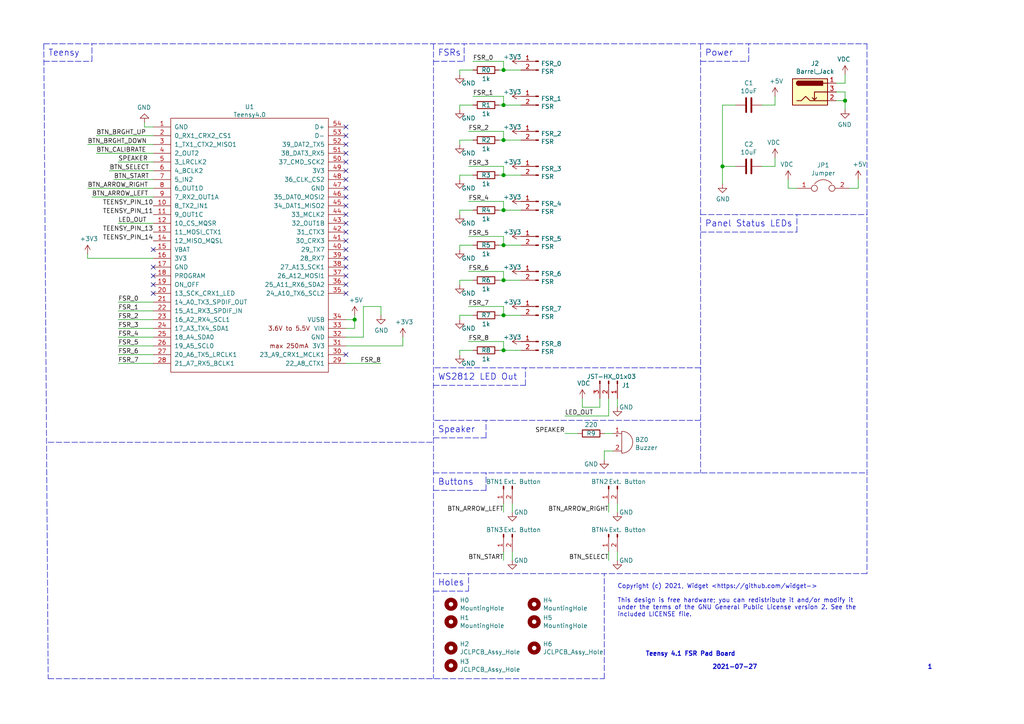
<source format=kicad_sch>
(kicad_sch (version 20210406) (generator eeschema)

  (uuid 6626dbcc-5e4d-40b3-b93f-30499cb3366e)

  (paper "A4")

  (lib_symbols
    (symbol "Connector:Barrel_Jack_Switch" (pin_names hide) (in_bom yes) (on_board yes)
      (property "Reference" "J" (id 0) (at 0 5.334 0)
        (effects (font (size 1.27 1.27)))
      )
      (property "Value" "Barrel_Jack_Switch" (id 1) (at 0 -5.08 0)
        (effects (font (size 1.27 1.27)))
      )
      (property "Footprint" "" (id 2) (at 1.27 -1.016 0)
        (effects (font (size 1.27 1.27)) hide)
      )
      (property "Datasheet" "~" (id 3) (at 1.27 -1.016 0)
        (effects (font (size 1.27 1.27)) hide)
      )
      (property "ki_keywords" "DC power barrel jack connector" (id 4) (at 0 0 0)
        (effects (font (size 1.27 1.27)) hide)
      )
      (property "ki_description" "DC Barrel Jack with an internal switch" (id 5) (at 0 0 0)
        (effects (font (size 1.27 1.27)) hide)
      )
      (property "ki_fp_filters" "BarrelJack*" (id 6) (at 0 0 0)
        (effects (font (size 1.27 1.27)) hide)
      )
      (symbol "Barrel_Jack_Switch_0_1"
        (arc (start -3.302 3.175) (end -3.302 1.905) (radius (at -3.302 2.54) (length 0.635) (angles 90.1 -90.1))
          (stroke (width 0.254)) (fill (type none))
        )
        (arc (start -3.302 3.175) (end -3.302 1.905) (radius (at -3.302 2.54) (length 0.635) (angles 90.1 -90.1))
          (stroke (width 0.254)) (fill (type outline))
        )
        (rectangle (start 3.683 3.175) (end -3.302 1.905)
          (stroke (width 0.254)) (fill (type outline))
        )
        (rectangle (start -5.08 3.81) (end 5.08 -3.81)
          (stroke (width 0.254)) (fill (type background))
        )
        (polyline
          (pts
            (xy 1.27 -2.286)
            (xy 1.905 -1.651)
          )
          (stroke (width 0.254)) (fill (type none))
        )
        (polyline
          (pts
            (xy 5.08 2.54)
            (xy 3.81 2.54)
          )
          (stroke (width 0.254)) (fill (type none))
        )
        (polyline
          (pts
            (xy 5.08 0)
            (xy 1.27 0)
            (xy 1.27 -2.286)
            (xy 0.635 -1.651)
          )
          (stroke (width 0.254)) (fill (type none))
        )
        (polyline
          (pts
            (xy -3.81 -2.54)
            (xy -2.54 -2.54)
            (xy -1.27 -1.27)
            (xy 0 -2.54)
            (xy 2.54 -2.54)
            (xy 5.08 -2.54)
          )
          (stroke (width 0.254)) (fill (type none))
        )
      )
      (symbol "Barrel_Jack_Switch_1_1"
        (pin passive line (at 7.62 2.54 180) (length 2.54)
          (name "~" (effects (font (size 1.27 1.27))))
          (number "1" (effects (font (size 1.27 1.27))))
        )
        (pin passive line (at 7.62 -2.54 180) (length 2.54)
          (name "~" (effects (font (size 1.27 1.27))))
          (number "2" (effects (font (size 1.27 1.27))))
        )
        (pin passive line (at 7.62 0 180) (length 2.54)
          (name "~" (effects (font (size 1.27 1.27))))
          (number "3" (effects (font (size 1.27 1.27))))
        )
      )
    )
    (symbol "Connector:Conn_01x02_Male" (pin_names (offset 1.016) hide) (in_bom yes) (on_board yes)
      (property "Reference" "J" (id 0) (at 0 2.54 0)
        (effects (font (size 1.27 1.27)))
      )
      (property "Value" "Conn_01x02_Male" (id 1) (at 0 -5.08 0)
        (effects (font (size 1.27 1.27)))
      )
      (property "Footprint" "" (id 2) (at 0 0 0)
        (effects (font (size 1.27 1.27)) hide)
      )
      (property "Datasheet" "~" (id 3) (at 0 0 0)
        (effects (font (size 1.27 1.27)) hide)
      )
      (property "ki_keywords" "connector" (id 4) (at 0 0 0)
        (effects (font (size 1.27 1.27)) hide)
      )
      (property "ki_description" "Generic connector, single row, 01x02, script generated (kicad-library-utils/schlib/autogen/connector/)" (id 5) (at 0 0 0)
        (effects (font (size 1.27 1.27)) hide)
      )
      (property "ki_fp_filters" "Connector*:*_1x??_*" (id 6) (at 0 0 0)
        (effects (font (size 1.27 1.27)) hide)
      )
      (symbol "Conn_01x02_Male_1_1"
        (rectangle (start 0.8636 -2.413) (end 0 -2.667)
          (stroke (width 0.1524)) (fill (type outline))
        )
        (rectangle (start 0.8636 0.127) (end 0 -0.127)
          (stroke (width 0.1524)) (fill (type outline))
        )
        (polyline
          (pts
            (xy 1.27 -2.54)
            (xy 0.8636 -2.54)
          )
          (stroke (width 0.1524)) (fill (type none))
        )
        (polyline
          (pts
            (xy 1.27 0)
            (xy 0.8636 0)
          )
          (stroke (width 0.1524)) (fill (type none))
        )
        (pin passive line (at 5.08 0 180) (length 3.81)
          (name "Pin_1" (effects (font (size 1.27 1.27))))
          (number "1" (effects (font (size 1.27 1.27))))
        )
        (pin passive line (at 5.08 -2.54 180) (length 3.81)
          (name "Pin_2" (effects (font (size 1.27 1.27))))
          (number "2" (effects (font (size 1.27 1.27))))
        )
      )
    )
    (symbol "Connector:Conn_01x03_Male" (pin_names (offset 1.016) hide) (in_bom yes) (on_board yes)
      (property "Reference" "J" (id 0) (at 0 5.08 0)
        (effects (font (size 1.27 1.27)))
      )
      (property "Value" "Conn_01x03_Male" (id 1) (at 0 -5.08 0)
        (effects (font (size 1.27 1.27)))
      )
      (property "Footprint" "" (id 2) (at 0 0 0)
        (effects (font (size 1.27 1.27)) hide)
      )
      (property "Datasheet" "~" (id 3) (at 0 0 0)
        (effects (font (size 1.27 1.27)) hide)
      )
      (property "ki_keywords" "connector" (id 4) (at 0 0 0)
        (effects (font (size 1.27 1.27)) hide)
      )
      (property "ki_description" "Generic connector, single row, 01x03, script generated (kicad-library-utils/schlib/autogen/connector/)" (id 5) (at 0 0 0)
        (effects (font (size 1.27 1.27)) hide)
      )
      (property "ki_fp_filters" "Connector*:*_1x??_*" (id 6) (at 0 0 0)
        (effects (font (size 1.27 1.27)) hide)
      )
      (symbol "Conn_01x03_Male_1_1"
        (rectangle (start 0.8636 -2.413) (end 0 -2.667)
          (stroke (width 0.1524)) (fill (type outline))
        )
        (rectangle (start 0.8636 0.127) (end 0 -0.127)
          (stroke (width 0.1524)) (fill (type outline))
        )
        (rectangle (start 0.8636 2.667) (end 0 2.413)
          (stroke (width 0.1524)) (fill (type outline))
        )
        (polyline
          (pts
            (xy 1.27 -2.54)
            (xy 0.8636 -2.54)
          )
          (stroke (width 0.1524)) (fill (type none))
        )
        (polyline
          (pts
            (xy 1.27 0)
            (xy 0.8636 0)
          )
          (stroke (width 0.1524)) (fill (type none))
        )
        (polyline
          (pts
            (xy 1.27 2.54)
            (xy 0.8636 2.54)
          )
          (stroke (width 0.1524)) (fill (type none))
        )
        (pin passive line (at 5.08 2.54 180) (length 3.81)
          (name "Pin_1" (effects (font (size 1.27 1.27))))
          (number "1" (effects (font (size 1.27 1.27))))
        )
        (pin passive line (at 5.08 0 180) (length 3.81)
          (name "Pin_2" (effects (font (size 1.27 1.27))))
          (number "2" (effects (font (size 1.27 1.27))))
        )
        (pin passive line (at 5.08 -2.54 180) (length 3.81)
          (name "Pin_3" (effects (font (size 1.27 1.27))))
          (number "3" (effects (font (size 1.27 1.27))))
        )
      )
    )
    (symbol "Device:Buzzer" (pin_names (offset 0.0254) hide) (in_bom yes) (on_board yes)
      (property "Reference" "BZ" (id 0) (at 3.81 1.27 0)
        (effects (font (size 1.27 1.27)) (justify left))
      )
      (property "Value" "Buzzer" (id 1) (at 3.81 -1.27 0)
        (effects (font (size 1.27 1.27)) (justify left))
      )
      (property "Footprint" "" (id 2) (at -0.635 2.54 90)
        (effects (font (size 1.27 1.27)) hide)
      )
      (property "Datasheet" "~" (id 3) (at -0.635 2.54 90)
        (effects (font (size 1.27 1.27)) hide)
      )
      (property "ki_keywords" "quartz resonator ceramic" (id 4) (at 0 0 0)
        (effects (font (size 1.27 1.27)) hide)
      )
      (property "ki_description" "Buzzer, polarized" (id 5) (at 0 0 0)
        (effects (font (size 1.27 1.27)) hide)
      )
      (property "ki_fp_filters" "*Buzzer*" (id 6) (at 0 0 0)
        (effects (font (size 1.27 1.27)) hide)
      )
      (symbol "Buzzer_0_1"
        (arc (start 0 -3.175) (end 0 3.175) (radius (at 0 0) (length 3.175) (angles -89.9 89.9))
          (stroke (width 0)) (fill (type none))
        )
        (polyline
          (pts
            (xy -1.651 1.905)
            (xy -1.143 1.905)
          )
          (stroke (width 0)) (fill (type none))
        )
        (polyline
          (pts
            (xy -1.397 2.159)
            (xy -1.397 1.651)
          )
          (stroke (width 0)) (fill (type none))
        )
        (polyline
          (pts
            (xy 0 3.175)
            (xy 0 -3.175)
          )
          (stroke (width 0)) (fill (type none))
        )
      )
      (symbol "Buzzer_1_1"
        (pin passive line (at -2.54 2.54 0) (length 2.54)
          (name "-" (effects (font (size 1.27 1.27))))
          (number "1" (effects (font (size 1.27 1.27))))
        )
        (pin passive line (at -2.54 -2.54 0) (length 2.54)
          (name "+" (effects (font (size 1.27 1.27))))
          (number "2" (effects (font (size 1.27 1.27))))
        )
      )
    )
    (symbol "Device:C" (pin_numbers hide) (pin_names (offset 0.254)) (in_bom yes) (on_board yes)
      (property "Reference" "C" (id 0) (at 0.635 2.54 0)
        (effects (font (size 1.27 1.27)) (justify left))
      )
      (property "Value" "C" (id 1) (at 0.635 -2.54 0)
        (effects (font (size 1.27 1.27)) (justify left))
      )
      (property "Footprint" "" (id 2) (at 0.9652 -3.81 0)
        (effects (font (size 1.27 1.27)) hide)
      )
      (property "Datasheet" "~" (id 3) (at 0 0 0)
        (effects (font (size 1.27 1.27)) hide)
      )
      (property "ki_keywords" "cap capacitor" (id 4) (at 0 0 0)
        (effects (font (size 1.27 1.27)) hide)
      )
      (property "ki_description" "Unpolarized capacitor" (id 5) (at 0 0 0)
        (effects (font (size 1.27 1.27)) hide)
      )
      (property "ki_fp_filters" "C_*" (id 6) (at 0 0 0)
        (effects (font (size 1.27 1.27)) hide)
      )
      (symbol "C_0_1"
        (polyline
          (pts
            (xy -2.032 -0.762)
            (xy 2.032 -0.762)
          )
          (stroke (width 0.508)) (fill (type none))
        )
        (polyline
          (pts
            (xy -2.032 0.762)
            (xy 2.032 0.762)
          )
          (stroke (width 0.508)) (fill (type none))
        )
      )
      (symbol "C_1_1"
        (pin passive line (at 0 3.81 270) (length 2.794)
          (name "~" (effects (font (size 1.27 1.27))))
          (number "1" (effects (font (size 1.27 1.27))))
        )
        (pin passive line (at 0 -3.81 90) (length 2.794)
          (name "~" (effects (font (size 1.27 1.27))))
          (number "2" (effects (font (size 1.27 1.27))))
        )
      )
    )
    (symbol "Device:Jumper" (pin_names (offset 0.762) hide) (in_bom yes) (on_board yes)
      (property "Reference" "JP" (id 0) (at 0 3.81 0)
        (effects (font (size 1.27 1.27)))
      )
      (property "Value" "Jumper" (id 1) (at 0 -2.032 0)
        (effects (font (size 1.27 1.27)))
      )
      (property "Footprint" "" (id 2) (at 0 0 0)
        (effects (font (size 1.27 1.27)) hide)
      )
      (property "Datasheet" "~" (id 3) (at 0 0 0)
        (effects (font (size 1.27 1.27)) hide)
      )
      (property "ki_keywords" "jumper bridge link NC" (id 4) (at 0 0 0)
        (effects (font (size 1.27 1.27)) hide)
      )
      (property "ki_description" "Jumper, normally closed" (id 5) (at 0 0 0)
        (effects (font (size 1.27 1.27)) hide)
      )
      (property "ki_fp_filters" "SolderJumper* Jumper* TestPoint*2Pads* TestPoint*Bridge*" (id 6) (at 0 0 0)
        (effects (font (size 1.27 1.27)) hide)
      )
      (symbol "Jumper_0_1"
        (arc (start -2.4892 1.27) (end 2.5146 1.27) (radius (at 0 -0.6604) (length 3.175) (angles 142.6 37.3))
          (stroke (width 0)) (fill (type none))
        )
        (circle (center -2.54 0) (radius 0.889) (stroke (width 0)) (fill (type none)))
        (circle (center 2.54 0) (radius 0.889) (stroke (width 0)) (fill (type none)))
        (pin passive line (at -7.62 0 0) (length 4.191)
          (name "1" (effects (font (size 1.27 1.27))))
          (number "1" (effects (font (size 1.27 1.27))))
        )
        (pin passive line (at 7.62 0 180) (length 4.191)
          (name "2" (effects (font (size 1.27 1.27))))
          (number "2" (effects (font (size 1.27 1.27))))
        )
      )
    )
    (symbol "Device:R" (pin_numbers hide) (pin_names (offset 0)) (in_bom yes) (on_board yes)
      (property "Reference" "R" (id 0) (at 2.032 0 90)
        (effects (font (size 1.27 1.27)))
      )
      (property "Value" "R" (id 1) (at 0 0 90)
        (effects (font (size 1.27 1.27)))
      )
      (property "Footprint" "" (id 2) (at -1.778 0 90)
        (effects (font (size 1.27 1.27)) hide)
      )
      (property "Datasheet" "~" (id 3) (at 0 0 0)
        (effects (font (size 1.27 1.27)) hide)
      )
      (property "ki_keywords" "R res resistor" (id 4) (at 0 0 0)
        (effects (font (size 1.27 1.27)) hide)
      )
      (property "ki_description" "Resistor" (id 5) (at 0 0 0)
        (effects (font (size 1.27 1.27)) hide)
      )
      (property "ki_fp_filters" "R_*" (id 6) (at 0 0 0)
        (effects (font (size 1.27 1.27)) hide)
      )
      (symbol "R_0_1"
        (rectangle (start -1.016 -2.54) (end 1.016 2.54)
          (stroke (width 0.254)) (fill (type none))
        )
      )
      (symbol "R_1_1"
        (pin passive line (at 0 3.81 270) (length 1.27)
          (name "~" (effects (font (size 1.27 1.27))))
          (number "1" (effects (font (size 1.27 1.27))))
        )
        (pin passive line (at 0 -3.81 90) (length 1.27)
          (name "~" (effects (font (size 1.27 1.27))))
          (number "2" (effects (font (size 1.27 1.27))))
        )
      )
    )
    (symbol "Mechanical:MountingHole" (pin_names (offset 1.016)) (in_bom yes) (on_board yes)
      (property "Reference" "H" (id 0) (at 0 5.08 0)
        (effects (font (size 1.27 1.27)))
      )
      (property "Value" "MountingHole" (id 1) (at 0 3.175 0)
        (effects (font (size 1.27 1.27)))
      )
      (property "Footprint" "" (id 2) (at 0 0 0)
        (effects (font (size 1.27 1.27)) hide)
      )
      (property "Datasheet" "~" (id 3) (at 0 0 0)
        (effects (font (size 1.27 1.27)) hide)
      )
      (property "ki_keywords" "mounting hole" (id 4) (at 0 0 0)
        (effects (font (size 1.27 1.27)) hide)
      )
      (property "ki_description" "Mounting Hole without connection" (id 5) (at 0 0 0)
        (effects (font (size 1.27 1.27)) hide)
      )
      (property "ki_fp_filters" "MountingHole*" (id 6) (at 0 0 0)
        (effects (font (size 1.27 1.27)) hide)
      )
      (symbol "MountingHole_0_1"
        (circle (center 0 0) (radius 1.27) (stroke (width 1.27)) (fill (type none)))
      )
    )
    (symbol "power:+3V3" (power) (pin_names (offset 0)) (in_bom yes) (on_board yes)
      (property "Reference" "#PWR" (id 0) (at 0 -3.81 0)
        (effects (font (size 1.27 1.27)) hide)
      )
      (property "Value" "+3V3" (id 1) (at 0 3.556 0)
        (effects (font (size 1.27 1.27)))
      )
      (property "Footprint" "" (id 2) (at 0 0 0)
        (effects (font (size 1.27 1.27)) hide)
      )
      (property "Datasheet" "" (id 3) (at 0 0 0)
        (effects (font (size 1.27 1.27)) hide)
      )
      (property "ki_keywords" "power-flag" (id 4) (at 0 0 0)
        (effects (font (size 1.27 1.27)) hide)
      )
      (property "ki_description" "Power symbol creates a global label with name \"+3V3\"" (id 5) (at 0 0 0)
        (effects (font (size 1.27 1.27)) hide)
      )
      (symbol "+3V3_0_1"
        (polyline
          (pts
            (xy -0.762 1.27)
            (xy 0 2.54)
          )
          (stroke (width 0)) (fill (type none))
        )
        (polyline
          (pts
            (xy 0 0)
            (xy 0 2.54)
          )
          (stroke (width 0)) (fill (type none))
        )
        (polyline
          (pts
            (xy 0 2.54)
            (xy 0.762 1.27)
          )
          (stroke (width 0)) (fill (type none))
        )
      )
      (symbol "+3V3_1_1"
        (pin power_in line (at 0 0 90) (length 0) hide
          (name "+3V3" (effects (font (size 1.27 1.27))))
          (number "1" (effects (font (size 1.27 1.27))))
        )
      )
    )
    (symbol "power:+5V" (power) (pin_names (offset 0)) (in_bom yes) (on_board yes)
      (property "Reference" "#PWR" (id 0) (at 0 -3.81 0)
        (effects (font (size 1.27 1.27)) hide)
      )
      (property "Value" "+5V" (id 1) (at 0 3.556 0)
        (effects (font (size 1.27 1.27)))
      )
      (property "Footprint" "" (id 2) (at 0 0 0)
        (effects (font (size 1.27 1.27)) hide)
      )
      (property "Datasheet" "" (id 3) (at 0 0 0)
        (effects (font (size 1.27 1.27)) hide)
      )
      (property "ki_keywords" "power-flag" (id 4) (at 0 0 0)
        (effects (font (size 1.27 1.27)) hide)
      )
      (property "ki_description" "Power symbol creates a global label with name \"+5V\"" (id 5) (at 0 0 0)
        (effects (font (size 1.27 1.27)) hide)
      )
      (symbol "+5V_0_1"
        (polyline
          (pts
            (xy -0.762 1.27)
            (xy 0 2.54)
          )
          (stroke (width 0)) (fill (type none))
        )
        (polyline
          (pts
            (xy 0 0)
            (xy 0 2.54)
          )
          (stroke (width 0)) (fill (type none))
        )
        (polyline
          (pts
            (xy 0 2.54)
            (xy 0.762 1.27)
          )
          (stroke (width 0)) (fill (type none))
        )
      )
      (symbol "+5V_1_1"
        (pin power_in line (at 0 0 90) (length 0) hide
          (name "+5V" (effects (font (size 1.27 1.27))))
          (number "1" (effects (font (size 1.27 1.27))))
        )
      )
    )
    (symbol "power:GND" (power) (pin_names (offset 0)) (in_bom yes) (on_board yes)
      (property "Reference" "#PWR" (id 0) (at 0 -6.35 0)
        (effects (font (size 1.27 1.27)) hide)
      )
      (property "Value" "GND" (id 1) (at 0 -3.81 0)
        (effects (font (size 1.27 1.27)))
      )
      (property "Footprint" "" (id 2) (at 0 0 0)
        (effects (font (size 1.27 1.27)) hide)
      )
      (property "Datasheet" "" (id 3) (at 0 0 0)
        (effects (font (size 1.27 1.27)) hide)
      )
      (property "ki_keywords" "power-flag" (id 4) (at 0 0 0)
        (effects (font (size 1.27 1.27)) hide)
      )
      (property "ki_description" "Power symbol creates a global label with name \"GND\" , ground" (id 5) (at 0 0 0)
        (effects (font (size 1.27 1.27)) hide)
      )
      (symbol "GND_0_1"
        (polyline
          (pts
            (xy 0 0)
            (xy 0 -1.27)
            (xy 1.27 -1.27)
            (xy 0 -2.54)
            (xy -1.27 -1.27)
            (xy 0 -1.27)
          )
          (stroke (width 0)) (fill (type none))
        )
      )
      (symbol "GND_1_1"
        (pin power_in line (at 0 0 270) (length 0) hide
          (name "GND" (effects (font (size 1.27 1.27))))
          (number "1" (effects (font (size 1.27 1.27))))
        )
      )
    )
    (symbol "power:VDC" (power) (pin_names (offset 0)) (in_bom yes) (on_board yes)
      (property "Reference" "#PWR" (id 0) (at 0 -2.54 0)
        (effects (font (size 1.27 1.27)) hide)
      )
      (property "Value" "VDC" (id 1) (at 0 6.35 0)
        (effects (font (size 1.27 1.27)))
      )
      (property "Footprint" "" (id 2) (at 0 0 0)
        (effects (font (size 1.27 1.27)) hide)
      )
      (property "Datasheet" "" (id 3) (at 0 0 0)
        (effects (font (size 1.27 1.27)) hide)
      )
      (property "ki_keywords" "power-flag" (id 4) (at 0 0 0)
        (effects (font (size 1.27 1.27)) hide)
      )
      (property "ki_description" "Power symbol creates a global label with name \"VDC\"" (id 5) (at 0 0 0)
        (effects (font (size 1.27 1.27)) hide)
      )
      (symbol "VDC_0_1"
        (polyline
          (pts
            (xy -0.762 1.27)
            (xy 0 2.54)
          )
          (stroke (width 0)) (fill (type none))
        )
        (polyline
          (pts
            (xy 0 0)
            (xy 0 2.54)
          )
          (stroke (width 0)) (fill (type none))
        )
        (polyline
          (pts
            (xy 0 2.54)
            (xy 0.762 1.27)
          )
          (stroke (width 0)) (fill (type none))
        )
      )
      (symbol "VDC_1_1"
        (pin power_in line (at 0 0 90) (length 0) hide
          (name "VDC" (effects (font (size 1.27 1.27))))
          (number "1" (effects (font (size 1.27 1.27))))
        )
      )
    )
    (symbol "teensy:Teensy4.0" (pin_names (offset 1.016)) (in_bom yes) (on_board yes)
      (property "Reference" "U" (id 0) (at 0 39.37 0)
        (effects (font (size 1.27 1.27)))
      )
      (property "Value" "Teensy4.0" (id 1) (at 0 -39.37 0)
        (effects (font (size 1.27 1.27)))
      )
      (property "Footprint" "" (id 2) (at -10.16 5.08 0)
        (effects (font (size 1.27 1.27)) hide)
      )
      (property "Datasheet" "" (id 3) (at -10.16 5.08 0)
        (effects (font (size 1.27 1.27)) hide)
      )
      (symbol "Teensy4.0_0_0"
        (text "3.6V to 5.5V" (at 11.43 -24.13 0)
          (effects (font (size 1.27 1.27)))
        )
        (text "max 250mA" (at 11.43 -29.21 0)
          (effects (font (size 1.27 1.27)))
        )
        (pin bidirectional line (at -27.94 11.43 0) (length 5.08)
          (name "8_TX2_IN1" (effects (font (size 1.27 1.27))))
          (number "10" (effects (font (size 1.27 1.27))))
        )
        (pin bidirectional line (at -27.94 8.89 0) (length 5.08)
          (name "9_OUT1C" (effects (font (size 1.27 1.27))))
          (number "11" (effects (font (size 1.27 1.27))))
        )
        (pin bidirectional line (at -27.94 6.35 0) (length 5.08)
          (name "10_CS_MQSR" (effects (font (size 1.27 1.27))))
          (number "12" (effects (font (size 1.27 1.27))))
        )
        (pin bidirectional line (at -27.94 3.81 0) (length 5.08)
          (name "11_MOSI_CTX1" (effects (font (size 1.27 1.27))))
          (number "13" (effects (font (size 1.27 1.27))))
        )
        (pin bidirectional line (at -27.94 1.27 0) (length 5.08)
          (name "12_MISO_MQSL" (effects (font (size 1.27 1.27))))
          (number "14" (effects (font (size 1.27 1.27))))
        )
        (pin power_in line (at -27.94 -1.27 0) (length 5.08)
          (name "VBAT" (effects (font (size 1.27 1.27))))
          (number "15" (effects (font (size 1.27 1.27))))
        )
        (pin power_in line (at -27.94 -3.81 0) (length 5.08)
          (name "3V3" (effects (font (size 1.27 1.27))))
          (number "16" (effects (font (size 1.27 1.27))))
        )
        (pin power_in line (at -27.94 -6.35 0) (length 5.08)
          (name "GND" (effects (font (size 1.27 1.27))))
          (number "17" (effects (font (size 1.27 1.27))))
        )
        (pin input line (at -27.94 -8.89 0) (length 5.08)
          (name "PROGRAM" (effects (font (size 1.27 1.27))))
          (number "18" (effects (font (size 1.27 1.27))))
        )
        (pin input line (at -27.94 -11.43 0) (length 5.08)
          (name "ON_OFF" (effects (font (size 1.27 1.27))))
          (number "19" (effects (font (size 1.27 1.27))))
        )
        (pin bidirectional line (at -27.94 -13.97 0) (length 5.08)
          (name "13_SCK_CRX1_LED" (effects (font (size 1.27 1.27))))
          (number "20" (effects (font (size 1.27 1.27))))
        )
        (pin bidirectional line (at -27.94 -16.51 0) (length 5.08)
          (name "14_A0_TX3_SPDIF_OUT" (effects (font (size 1.27 1.27))))
          (number "21" (effects (font (size 1.27 1.27))))
        )
        (pin bidirectional line (at -27.94 -19.05 0) (length 5.08)
          (name "15_A1_RX3_SPDIF_IN" (effects (font (size 1.27 1.27))))
          (number "22" (effects (font (size 1.27 1.27))))
        )
        (pin bidirectional line (at -27.94 -21.59 0) (length 5.08)
          (name "16_A2_RX4_SCL1" (effects (font (size 1.27 1.27))))
          (number "23" (effects (font (size 1.27 1.27))))
        )
        (pin bidirectional line (at -27.94 -24.13 0) (length 5.08)
          (name "17_A3_TX4_SDA1" (effects (font (size 1.27 1.27))))
          (number "24" (effects (font (size 1.27 1.27))))
        )
        (pin bidirectional line (at -27.94 -26.67 0) (length 5.08)
          (name "18_A4_SDA0" (effects (font (size 1.27 1.27))))
          (number "25" (effects (font (size 1.27 1.27))))
        )
        (pin bidirectional line (at -27.94 -29.21 0) (length 5.08)
          (name "19_A5_SCL0" (effects (font (size 1.27 1.27))))
          (number "26" (effects (font (size 1.27 1.27))))
        )
        (pin bidirectional line (at -27.94 -31.75 0) (length 5.08)
          (name "20_A6_TX5_LRCLK1" (effects (font (size 1.27 1.27))))
          (number "27" (effects (font (size 1.27 1.27))))
        )
        (pin bidirectional line (at -27.94 -34.29 0) (length 5.08)
          (name "21_A7_RX5_BCLK1" (effects (font (size 1.27 1.27))))
          (number "28" (effects (font (size 1.27 1.27))))
        )
        (pin bidirectional line (at 27.94 -34.29 180) (length 5.08)
          (name "22_A8_CTX1" (effects (font (size 1.27 1.27))))
          (number "29" (effects (font (size 1.27 1.27))))
        )
        (pin bidirectional line (at 27.94 -31.75 180) (length 5.08)
          (name "23_A9_CRX1_MCLK1" (effects (font (size 1.27 1.27))))
          (number "30" (effects (font (size 1.27 1.27))))
        )
        (pin power_out line (at 27.94 -29.21 180) (length 5.08)
          (name "3V3" (effects (font (size 1.27 1.27))))
          (number "31" (effects (font (size 1.27 1.27))))
        )
        (pin power_in line (at 27.94 -26.67 180) (length 5.08)
          (name "GND" (effects (font (size 1.27 1.27))))
          (number "32" (effects (font (size 1.27 1.27))))
        )
        (pin power_in line (at 27.94 -24.13 180) (length 5.08)
          (name "VIN" (effects (font (size 1.27 1.27))))
          (number "33" (effects (font (size 1.27 1.27))))
        )
        (pin power_out line (at 27.94 -21.59 180) (length 5.08)
          (name "VUSB" (effects (font (size 1.27 1.27))))
          (number "34" (effects (font (size 1.27 1.27))))
        )
        (pin bidirectional line (at 27.94 -13.97 180) (length 5.08)
          (name "24_A10_TX6_SCL2" (effects (font (size 1.27 1.27))))
          (number "35" (effects (font (size 1.27 1.27))))
        )
        (pin bidirectional line (at 27.94 -11.43 180) (length 5.08)
          (name "25_A11_RX6_SDA2" (effects (font (size 1.27 1.27))))
          (number "36" (effects (font (size 1.27 1.27))))
        )
        (pin bidirectional line (at 27.94 -8.89 180) (length 5.08)
          (name "26_A12_MOSI1" (effects (font (size 1.27 1.27))))
          (number "37" (effects (font (size 1.27 1.27))))
        )
        (pin bidirectional line (at 27.94 -6.35 180) (length 5.08)
          (name "27_A13_SCK1" (effects (font (size 1.27 1.27))))
          (number "38" (effects (font (size 1.27 1.27))))
        )
        (pin bidirectional line (at 27.94 -3.81 180) (length 5.08)
          (name "28_RX7" (effects (font (size 1.27 1.27))))
          (number "39" (effects (font (size 1.27 1.27))))
        )
        (pin bidirectional line (at 27.94 -1.27 180) (length 5.08)
          (name "29_TX7" (effects (font (size 1.27 1.27))))
          (number "40" (effects (font (size 1.27 1.27))))
        )
        (pin bidirectional line (at 27.94 1.27 180) (length 5.08)
          (name "30_CRX3" (effects (font (size 1.27 1.27))))
          (number "41" (effects (font (size 1.27 1.27))))
        )
        (pin bidirectional line (at 27.94 3.81 180) (length 5.08)
          (name "31_CTX3" (effects (font (size 1.27 1.27))))
          (number "42" (effects (font (size 1.27 1.27))))
        )
        (pin bidirectional line (at 27.94 6.35 180) (length 5.08)
          (name "32_OUT1B" (effects (font (size 1.27 1.27))))
          (number "43" (effects (font (size 1.27 1.27))))
        )
        (pin bidirectional line (at 27.94 8.89 180) (length 5.08)
          (name "33_MCLK2" (effects (font (size 1.27 1.27))))
          (number "44" (effects (font (size 1.27 1.27))))
        )
        (pin bidirectional line (at 27.94 11.43 180) (length 5.08)
          (name "34_DAT1_MISO2" (effects (font (size 1.27 1.27))))
          (number "45" (effects (font (size 1.27 1.27))))
        )
        (pin bidirectional line (at 27.94 13.97 180) (length 5.08)
          (name "35_DAT0_MOSI2" (effects (font (size 1.27 1.27))))
          (number "46" (effects (font (size 1.27 1.27))))
        )
        (pin power_out line (at 27.94 16.51 180) (length 5.08)
          (name "GND" (effects (font (size 1.27 1.27))))
          (number "47" (effects (font (size 1.27 1.27))))
        )
        (pin bidirectional line (at 27.94 19.05 180) (length 5.08)
          (name "36_CLK_CS2" (effects (font (size 1.27 1.27))))
          (number "48" (effects (font (size 1.27 1.27))))
        )
        (pin power_out line (at 27.94 21.59 180) (length 5.08)
          (name "3V3" (effects (font (size 1.27 1.27))))
          (number "49" (effects (font (size 1.27 1.27))))
        )
        (pin bidirectional line (at -27.94 24.13 0) (length 5.08)
          (name "3_LRCLK2" (effects (font (size 1.27 1.27))))
          (number "5" (effects (font (size 1.27 1.27))))
        )
        (pin bidirectional line (at 27.94 24.13 180) (length 5.08)
          (name "37_CMD_SCK2" (effects (font (size 1.27 1.27))))
          (number "50" (effects (font (size 1.27 1.27))))
        )
        (pin bidirectional line (at 27.94 26.67 180) (length 5.08)
          (name "38_DAT3_RX5" (effects (font (size 1.27 1.27))))
          (number "51" (effects (font (size 1.27 1.27))))
        )
        (pin bidirectional line (at 27.94 29.21 180) (length 5.08)
          (name "39_DAT2_TX5" (effects (font (size 1.27 1.27))))
          (number "52" (effects (font (size 1.27 1.27))))
        )
        (pin bidirectional line (at 27.94 31.75 180) (length 5.08)
          (name "D-" (effects (font (size 1.27 1.27))))
          (number "53" (effects (font (size 1.27 1.27))))
        )
        (pin bidirectional line (at 27.94 34.29 180) (length 5.08)
          (name "D+" (effects (font (size 1.27 1.27))))
          (number "54" (effects (font (size 1.27 1.27))))
        )
        (pin bidirectional line (at -27.94 21.59 0) (length 5.08)
          (name "4_BCLK2" (effects (font (size 1.27 1.27))))
          (number "6" (effects (font (size 1.27 1.27))))
        )
        (pin bidirectional line (at -27.94 19.05 0) (length 5.08)
          (name "5_IN2" (effects (font (size 1.27 1.27))))
          (number "7" (effects (font (size 1.27 1.27))))
        )
        (pin bidirectional line (at -27.94 16.51 0) (length 5.08)
          (name "6_OUT1D" (effects (font (size 1.27 1.27))))
          (number "8" (effects (font (size 1.27 1.27))))
        )
        (pin bidirectional line (at -27.94 13.97 0) (length 5.08)
          (name "7_RX2_OUT1A" (effects (font (size 1.27 1.27))))
          (number "9" (effects (font (size 1.27 1.27))))
        )
      )
      (symbol "Teensy4.0_0_1"
        (rectangle (start -22.86 36.83) (end 22.86 -36.83)
          (stroke (width 0)) (fill (type none))
        )
        (rectangle (start -20.32 -31.75) (end -20.32 -31.75)
          (stroke (width 0)) (fill (type none))
        )
      )
      (symbol "Teensy4.0_1_1"
        (pin power_in line (at -27.94 34.29 0) (length 5.08)
          (name "GND" (effects (font (size 1.27 1.27))))
          (number "1" (effects (font (size 1.27 1.27))))
        )
        (pin bidirectional line (at -27.94 31.75 0) (length 5.08)
          (name "0_RX1_CRX2_CS1" (effects (font (size 1.27 1.27))))
          (number "2" (effects (font (size 1.27 1.27))))
        )
        (pin bidirectional line (at -27.94 29.21 0) (length 5.08)
          (name "1_TX1_CTX2_MISO1" (effects (font (size 1.27 1.27))))
          (number "3" (effects (font (size 1.27 1.27))))
        )
        (pin bidirectional line (at -27.94 26.67 0) (length 5.08)
          (name "2_OUT2" (effects (font (size 1.27 1.27))))
          (number "4" (effects (font (size 1.27 1.27))))
        )
      )
    )
  )

  (junction (at 102.87 92.71) (diameter 1.016) (color 0 0 0 0))
  (junction (at 146.05 20.32) (diameter 1.016) (color 0 0 0 0))
  (junction (at 146.05 30.48) (diameter 1.016) (color 0 0 0 0))
  (junction (at 146.05 40.64) (diameter 1.016) (color 0 0 0 0))
  (junction (at 146.05 50.8) (diameter 1.016) (color 0 0 0 0))
  (junction (at 146.05 60.96) (diameter 1.016) (color 0 0 0 0))
  (junction (at 146.05 71.12) (diameter 1.016) (color 0 0 0 0))
  (junction (at 146.05 81.28) (diameter 1.016) (color 0 0 0 0))
  (junction (at 146.05 91.44) (diameter 1.016) (color 0 0 0 0))
  (junction (at 146.05 101.6) (diameter 1.016) (color 0 0 0 0))
  (junction (at 209.55 48.26) (diameter 1.016) (color 0 0 0 0))
  (junction (at 245.11 29.21) (diameter 1.016) (color 0 0 0 0))

  (no_connect (at 44.45 72.39) (uuid 15eff763-66c3-4a00-9f9b-b69ca3259d28))
  (no_connect (at 44.45 77.47) (uuid 15eff763-66c3-4a00-9f9b-b69ca3259d28))
  (no_connect (at 44.45 80.01) (uuid 15eff763-66c3-4a00-9f9b-b69ca3259d28))
  (no_connect (at 44.45 82.55) (uuid 15eff763-66c3-4a00-9f9b-b69ca3259d28))
  (no_connect (at 44.45 85.09) (uuid 15eff763-66c3-4a00-9f9b-b69ca3259d28))
  (no_connect (at 100.33 36.83) (uuid 15eff763-66c3-4a00-9f9b-b69ca3259d28))
  (no_connect (at 100.33 39.37) (uuid 15eff763-66c3-4a00-9f9b-b69ca3259d28))
  (no_connect (at 100.33 41.91) (uuid 15eff763-66c3-4a00-9f9b-b69ca3259d28))
  (no_connect (at 100.33 44.45) (uuid 15eff763-66c3-4a00-9f9b-b69ca3259d28))
  (no_connect (at 100.33 46.99) (uuid 15eff763-66c3-4a00-9f9b-b69ca3259d28))
  (no_connect (at 100.33 49.53) (uuid 15eff763-66c3-4a00-9f9b-b69ca3259d28))
  (no_connect (at 100.33 52.07) (uuid 15eff763-66c3-4a00-9f9b-b69ca3259d28))
  (no_connect (at 100.33 54.61) (uuid 15eff763-66c3-4a00-9f9b-b69ca3259d28))
  (no_connect (at 100.33 57.15) (uuid 15eff763-66c3-4a00-9f9b-b69ca3259d28))
  (no_connect (at 100.33 59.69) (uuid 15eff763-66c3-4a00-9f9b-b69ca3259d28))
  (no_connect (at 100.33 62.23) (uuid 15eff763-66c3-4a00-9f9b-b69ca3259d28))
  (no_connect (at 100.33 64.77) (uuid 15eff763-66c3-4a00-9f9b-b69ca3259d28))
  (no_connect (at 100.33 67.31) (uuid 15eff763-66c3-4a00-9f9b-b69ca3259d28))
  (no_connect (at 100.33 69.85) (uuid 15eff763-66c3-4a00-9f9b-b69ca3259d28))
  (no_connect (at 100.33 72.39) (uuid 15eff763-66c3-4a00-9f9b-b69ca3259d28))
  (no_connect (at 100.33 74.93) (uuid 15eff763-66c3-4a00-9f9b-b69ca3259d28))
  (no_connect (at 100.33 77.47) (uuid 15eff763-66c3-4a00-9f9b-b69ca3259d28))
  (no_connect (at 100.33 80.01) (uuid 15eff763-66c3-4a00-9f9b-b69ca3259d28))
  (no_connect (at 100.33 82.55) (uuid 15eff763-66c3-4a00-9f9b-b69ca3259d28))
  (no_connect (at 100.33 85.09) (uuid 15eff763-66c3-4a00-9f9b-b69ca3259d28))
  (no_connect (at 100.33 102.87) (uuid 15eff763-66c3-4a00-9f9b-b69ca3259d28))

  (wire (pts (xy 25.4 41.91) (xy 44.45 41.91))
    (stroke (width 0) (type solid) (color 0 0 0 0))
    (uuid 544b122c-e53a-4669-a7d3-a04005067b29)
  )
  (wire (pts (xy 25.4 54.61) (xy 44.45 54.61))
    (stroke (width 0) (type solid) (color 0 0 0 0))
    (uuid 4915c1fa-26a8-46bd-b147-2d6058b74d2b)
  )
  (wire (pts (xy 25.4 74.93) (xy 25.4 73.66))
    (stroke (width 0) (type solid) (color 0 0 0 0))
    (uuid 718016ac-59bf-479e-9ae1-049bc9966c48)
  )
  (wire (pts (xy 27.94 44.45) (xy 44.45 44.45))
    (stroke (width 0) (type solid) (color 0 0 0 0))
    (uuid 545890b2-1acc-4035-8c42-757f1d6ca556)
  )
  (wire (pts (xy 31.75 49.53) (xy 44.45 49.53))
    (stroke (width 0) (type solid) (color 0 0 0 0))
    (uuid 502d5577-4e75-4ab5-83bc-729b4d8814fe)
  )
  (wire (pts (xy 41.91 36.83) (xy 41.91 35.56))
    (stroke (width 0) (type solid) (color 0 0 0 0))
    (uuid 838cda75-d24f-4654-baae-a315794182d8)
  )
  (wire (pts (xy 44.45 36.83) (xy 41.91 36.83))
    (stroke (width 0) (type solid) (color 0 0 0 0))
    (uuid 411df155-118f-4125-ac0b-dd8e599fb557)
  )
  (wire (pts (xy 44.45 39.37) (xy 27.94 39.37))
    (stroke (width 0) (type solid) (color 0 0 0 0))
    (uuid 13b26067-cb19-4bf8-8fee-7856f4ee2c12)
  )
  (wire (pts (xy 44.45 46.99) (xy 34.29 46.99))
    (stroke (width 0) (type solid) (color 0 0 0 0))
    (uuid c426f638-a8a3-4d14-ad78-ee08ee5f68db)
  )
  (wire (pts (xy 44.45 52.07) (xy 33.02 52.07))
    (stroke (width 0) (type solid) (color 0 0 0 0))
    (uuid 3a635aa1-1ea0-4e84-ba95-4b556c33eb19)
  )
  (wire (pts (xy 44.45 57.15) (xy 26.67 57.15))
    (stroke (width 0) (type solid) (color 0 0 0 0))
    (uuid 1ae63733-e68f-4f78-b71b-10353c6caa2a)
  )
  (wire (pts (xy 44.45 64.77) (xy 34.29 64.77))
    (stroke (width 0) (type solid) (color 0 0 0 0))
    (uuid 29cc3fc8-f50d-4eed-801f-972eda8c2d84)
  )
  (wire (pts (xy 44.45 74.93) (xy 25.4 74.93))
    (stroke (width 0) (type solid) (color 0 0 0 0))
    (uuid 2053393f-f60c-4595-88e2-69f1e89bea07)
  )
  (wire (pts (xy 44.45 87.63) (xy 34.29 87.63))
    (stroke (width 0) (type solid) (color 0 0 0 0))
    (uuid 11e59b25-976d-478e-8ae2-a47d028cf649)
  )
  (wire (pts (xy 44.45 90.17) (xy 34.29 90.17))
    (stroke (width 0) (type solid) (color 0 0 0 0))
    (uuid e53e8170-121e-4563-8a6c-7e6e2cb90e36)
  )
  (wire (pts (xy 44.45 92.71) (xy 34.29 92.71))
    (stroke (width 0) (type solid) (color 0 0 0 0))
    (uuid bd093cde-8391-47a8-9593-5974a986bb24)
  )
  (wire (pts (xy 44.45 95.25) (xy 34.29 95.25))
    (stroke (width 0) (type solid) (color 0 0 0 0))
    (uuid 4c810ca1-23d2-4483-a525-0de55c784bfe)
  )
  (wire (pts (xy 44.45 97.79) (xy 34.29 97.79))
    (stroke (width 0) (type solid) (color 0 0 0 0))
    (uuid 355d9c53-38af-4aab-ad55-4fd09b8045bf)
  )
  (wire (pts (xy 44.45 100.33) (xy 34.29 100.33))
    (stroke (width 0) (type solid) (color 0 0 0 0))
    (uuid e596d27c-adf4-45c1-8d05-7eb3a8a5776c)
  )
  (wire (pts (xy 44.45 102.87) (xy 34.29 102.87))
    (stroke (width 0) (type solid) (color 0 0 0 0))
    (uuid e6e81f0b-c7a9-4380-bc01-c80cad0805dc)
  )
  (wire (pts (xy 44.45 105.41) (xy 34.29 105.41))
    (stroke (width 0) (type solid) (color 0 0 0 0))
    (uuid 764b9284-e49a-40bf-80f8-501beb0401c6)
  )
  (wire (pts (xy 100.33 92.71) (xy 102.87 92.71))
    (stroke (width 0) (type solid) (color 0 0 0 0))
    (uuid fea49c99-fe93-4b69-8bde-be5b664e59b9)
  )
  (wire (pts (xy 100.33 95.25) (xy 102.87 95.25))
    (stroke (width 0) (type solid) (color 0 0 0 0))
    (uuid d3369d7c-3239-4b8c-94e7-11663b71313d)
  )
  (wire (pts (xy 100.33 97.79) (xy 105.41 97.79))
    (stroke (width 0) (type solid) (color 0 0 0 0))
    (uuid 03cbc63f-6f13-4b7c-8325-ccf5e509ed0e)
  )
  (wire (pts (xy 100.33 100.33) (xy 116.84 100.33))
    (stroke (width 0) (type solid) (color 0 0 0 0))
    (uuid e9e0fd23-7fe8-4422-bdce-440b2db3335c)
  )
  (wire (pts (xy 102.87 92.71) (xy 102.87 91.44))
    (stroke (width 0) (type solid) (color 0 0 0 0))
    (uuid c9cc78aa-d029-48ad-a741-de3dc3994fbc)
  )
  (wire (pts (xy 102.87 95.25) (xy 102.87 92.71))
    (stroke (width 0) (type solid) (color 0 0 0 0))
    (uuid 43929376-cdca-4b17-a522-7480f3df11a8)
  )
  (wire (pts (xy 105.41 88.9) (xy 110.49 88.9))
    (stroke (width 0) (type solid) (color 0 0 0 0))
    (uuid 282c90e3-c12c-491e-86e9-583226f4a654)
  )
  (wire (pts (xy 105.41 97.79) (xy 105.41 88.9))
    (stroke (width 0) (type solid) (color 0 0 0 0))
    (uuid 282c90e3-c12c-491e-86e9-583226f4a654)
  )
  (wire (pts (xy 110.49 88.9) (xy 110.49 91.44))
    (stroke (width 0) (type solid) (color 0 0 0 0))
    (uuid 282c90e3-c12c-491e-86e9-583226f4a654)
  )
  (wire (pts (xy 110.49 105.41) (xy 100.33 105.41))
    (stroke (width 0) (type solid) (color 0 0 0 0))
    (uuid 23759d70-5f89-44c7-b964-079aa3c5ad74)
  )
  (wire (pts (xy 116.84 97.79) (xy 116.84 100.33))
    (stroke (width 0) (type solid) (color 0 0 0 0))
    (uuid e9e0fd23-7fe8-4422-bdce-440b2db3335c)
  )
  (wire (pts (xy 133.35 20.32) (xy 133.35 21.59))
    (stroke (width 0) (type solid) (color 0 0 0 0))
    (uuid 248a6603-9348-47e1-b8c8-a62f9460e220)
  )
  (wire (pts (xy 133.35 30.48) (xy 133.35 31.75))
    (stroke (width 0) (type solid) (color 0 0 0 0))
    (uuid cc24ddca-042e-47d6-9d7a-4059dfba73fa)
  )
  (wire (pts (xy 133.35 40.64) (xy 133.35 41.91))
    (stroke (width 0) (type solid) (color 0 0 0 0))
    (uuid ceda7308-7f8f-4242-94e6-5ce9b6e368f5)
  )
  (wire (pts (xy 133.35 50.8) (xy 133.35 52.07))
    (stroke (width 0) (type solid) (color 0 0 0 0))
    (uuid ae8f5fd4-0bf5-4711-9410-4006e07ffad6)
  )
  (wire (pts (xy 133.35 60.96) (xy 133.35 62.23))
    (stroke (width 0) (type solid) (color 0 0 0 0))
    (uuid 2a245036-a132-4644-801f-de1363f04fdc)
  )
  (wire (pts (xy 133.35 71.12) (xy 133.35 72.39))
    (stroke (width 0) (type solid) (color 0 0 0 0))
    (uuid 14ee4748-ff34-4537-ad8f-57c9d058a610)
  )
  (wire (pts (xy 133.35 81.28) (xy 133.35 82.55))
    (stroke (width 0) (type solid) (color 0 0 0 0))
    (uuid e2c201a7-aa90-4caf-8459-51ca2a0a903d)
  )
  (wire (pts (xy 133.35 91.44) (xy 133.35 92.71))
    (stroke (width 0) (type solid) (color 0 0 0 0))
    (uuid a24da483-6530-479b-a8ab-976ca445e2bf)
  )
  (wire (pts (xy 133.35 101.6) (xy 133.35 102.87))
    (stroke (width 0) (type solid) (color 0 0 0 0))
    (uuid 13c51c73-4f2f-48ca-9b62-bfa841290c49)
  )
  (wire (pts (xy 135.89 38.1) (xy 146.05 38.1))
    (stroke (width 0) (type solid) (color 0 0 0 0))
    (uuid 706bc489-bb11-4323-ab75-29e9416102ba)
  )
  (wire (pts (xy 135.89 48.26) (xy 146.05 48.26))
    (stroke (width 0) (type solid) (color 0 0 0 0))
    (uuid 9037f4d8-d755-4da7-a67d-5e0c40e83731)
  )
  (wire (pts (xy 135.89 58.42) (xy 146.05 58.42))
    (stroke (width 0) (type solid) (color 0 0 0 0))
    (uuid 96491828-6222-478f-9785-f2d1a12b5bcf)
  )
  (wire (pts (xy 135.89 68.58) (xy 146.05 68.58))
    (stroke (width 0) (type solid) (color 0 0 0 0))
    (uuid d3c4180c-8fe8-4ea9-a62b-e7d48e9e6bb4)
  )
  (wire (pts (xy 135.89 78.74) (xy 146.05 78.74))
    (stroke (width 0) (type solid) (color 0 0 0 0))
    (uuid 4fa15555-00aa-432f-95eb-6cf5f331a927)
  )
  (wire (pts (xy 135.89 88.9) (xy 146.05 88.9))
    (stroke (width 0) (type solid) (color 0 0 0 0))
    (uuid 6e527c52-253a-48a5-9a5d-8a8b0570b584)
  )
  (wire (pts (xy 135.89 99.06) (xy 146.05 99.06))
    (stroke (width 0) (type solid) (color 0 0 0 0))
    (uuid a4cc24a8-b282-4a33-b638-4c01465f731f)
  )
  (wire (pts (xy 137.16 20.32) (xy 133.35 20.32))
    (stroke (width 0) (type solid) (color 0 0 0 0))
    (uuid 11abd30a-bb0e-4008-89a4-4a907b5c3afb)
  )
  (wire (pts (xy 137.16 30.48) (xy 133.35 30.48))
    (stroke (width 0) (type solid) (color 0 0 0 0))
    (uuid c428ee63-0666-4502-932c-632d4fb77214)
  )
  (wire (pts (xy 137.16 40.64) (xy 133.35 40.64))
    (stroke (width 0) (type solid) (color 0 0 0 0))
    (uuid d105158c-975a-4c60-a33c-d2c4f2bad16e)
  )
  (wire (pts (xy 137.16 50.8) (xy 133.35 50.8))
    (stroke (width 0) (type solid) (color 0 0 0 0))
    (uuid fcfead27-5f70-415a-8706-43dfab269674)
  )
  (wire (pts (xy 137.16 60.96) (xy 133.35 60.96))
    (stroke (width 0) (type solid) (color 0 0 0 0))
    (uuid 6012505f-1993-4577-966f-beb02195be7c)
  )
  (wire (pts (xy 137.16 71.12) (xy 133.35 71.12))
    (stroke (width 0) (type solid) (color 0 0 0 0))
    (uuid f974f61d-807e-4df6-923a-82e9350b2800)
  )
  (wire (pts (xy 137.16 81.28) (xy 133.35 81.28))
    (stroke (width 0) (type solid) (color 0 0 0 0))
    (uuid 62b66c90-dbbc-48c3-b150-99f77a6ff132)
  )
  (wire (pts (xy 137.16 91.44) (xy 133.35 91.44))
    (stroke (width 0) (type solid) (color 0 0 0 0))
    (uuid 734b268c-ce02-4a25-a9e0-8a2921f829ab)
  )
  (wire (pts (xy 137.16 101.6) (xy 133.35 101.6))
    (stroke (width 0) (type solid) (color 0 0 0 0))
    (uuid ff87c49d-0ba8-47db-9124-3f7fdbbf1544)
  )
  (wire (pts (xy 144.78 20.32) (xy 146.05 20.32))
    (stroke (width 0) (type solid) (color 0 0 0 0))
    (uuid 15ed5ed7-4526-4dca-9e77-d1c0bacaf992)
  )
  (wire (pts (xy 144.78 30.48) (xy 146.05 30.48))
    (stroke (width 0) (type solid) (color 0 0 0 0))
    (uuid 6bb635bb-3e6c-46c1-be47-b8548a8435ca)
  )
  (wire (pts (xy 144.78 40.64) (xy 146.05 40.64))
    (stroke (width 0) (type solid) (color 0 0 0 0))
    (uuid a22b1d9d-fd87-4217-aadf-d8329187e8cb)
  )
  (wire (pts (xy 144.78 50.8) (xy 146.05 50.8))
    (stroke (width 0) (type solid) (color 0 0 0 0))
    (uuid 93886714-6d24-4767-b9bc-f89160402811)
  )
  (wire (pts (xy 144.78 60.96) (xy 146.05 60.96))
    (stroke (width 0) (type solid) (color 0 0 0 0))
    (uuid 19de8466-919e-4ad6-b9bd-2944b882ba9c)
  )
  (wire (pts (xy 144.78 71.12) (xy 146.05 71.12))
    (stroke (width 0) (type solid) (color 0 0 0 0))
    (uuid 64cc0a98-157b-43da-8a03-501ab9cc0d3c)
  )
  (wire (pts (xy 144.78 81.28) (xy 146.05 81.28))
    (stroke (width 0) (type solid) (color 0 0 0 0))
    (uuid 99fc4b53-eb46-4d1a-b296-5f0baa8bbcad)
  )
  (wire (pts (xy 144.78 91.44) (xy 146.05 91.44))
    (stroke (width 0) (type solid) (color 0 0 0 0))
    (uuid 7e7f34b1-8d6a-4162-b4fc-39ac21b00f45)
  )
  (wire (pts (xy 144.78 101.6) (xy 146.05 101.6))
    (stroke (width 0) (type solid) (color 0 0 0 0))
    (uuid 7c4b53b4-2e2e-453b-83f7-b4a832bb4783)
  )
  (wire (pts (xy 146.05 17.78) (xy 137.16 17.78))
    (stroke (width 0) (type solid) (color 0 0 0 0))
    (uuid d40121de-725e-4244-baf3-a36610902632)
  )
  (wire (pts (xy 146.05 17.78) (xy 146.05 20.32))
    (stroke (width 0) (type solid) (color 0 0 0 0))
    (uuid 158419e3-8108-4eb4-b52a-5b7c7425eb78)
  )
  (wire (pts (xy 146.05 20.32) (xy 151.13 20.32))
    (stroke (width 0) (type solid) (color 0 0 0 0))
    (uuid 55214f0b-9809-48e5-8097-2af2a73f2456)
  )
  (wire (pts (xy 146.05 27.94) (xy 137.16 27.94))
    (stroke (width 0) (type solid) (color 0 0 0 0))
    (uuid a4f03aec-2143-4fc4-995c-6fd73df4a671)
  )
  (wire (pts (xy 146.05 27.94) (xy 146.05 30.48))
    (stroke (width 0) (type solid) (color 0 0 0 0))
    (uuid 0984eb00-c8f8-40a5-90ce-70a09e8a057a)
  )
  (wire (pts (xy 146.05 30.48) (xy 151.13 30.48))
    (stroke (width 0) (type solid) (color 0 0 0 0))
    (uuid f90097f6-fbac-4fa6-afee-bf2ba7cc828c)
  )
  (wire (pts (xy 146.05 40.64) (xy 146.05 38.1))
    (stroke (width 0) (type solid) (color 0 0 0 0))
    (uuid 42bbf5b5-e94f-4152-85fa-390c297828dc)
  )
  (wire (pts (xy 146.05 40.64) (xy 151.13 40.64))
    (stroke (width 0) (type solid) (color 0 0 0 0))
    (uuid a700f347-29c4-4924-86d5-578242d21e75)
  )
  (wire (pts (xy 146.05 48.26) (xy 146.05 50.8))
    (stroke (width 0) (type solid) (color 0 0 0 0))
    (uuid 8ef3eee7-fd04-4a64-b608-860aa1d11a0f)
  )
  (wire (pts (xy 146.05 50.8) (xy 151.13 50.8))
    (stroke (width 0) (type solid) (color 0 0 0 0))
    (uuid 573654fd-054b-4a1f-996c-432d569b8d42)
  )
  (wire (pts (xy 146.05 60.96) (xy 146.05 58.42))
    (stroke (width 0) (type solid) (color 0 0 0 0))
    (uuid 91479af3-d56a-4cfb-bd38-3213c253b16f)
  )
  (wire (pts (xy 146.05 60.96) (xy 151.13 60.96))
    (stroke (width 0) (type solid) (color 0 0 0 0))
    (uuid e4ffb7e2-a156-4668-907c-fd1b20d58d6f)
  )
  (wire (pts (xy 146.05 71.12) (xy 146.05 68.58))
    (stroke (width 0) (type solid) (color 0 0 0 0))
    (uuid 663418e7-36f3-4baa-9e8e-8c2b339b6f3a)
  )
  (wire (pts (xy 146.05 71.12) (xy 151.13 71.12))
    (stroke (width 0) (type solid) (color 0 0 0 0))
    (uuid 83c7605b-d208-4e0c-9ebb-e02c71016034)
  )
  (wire (pts (xy 146.05 81.28) (xy 146.05 78.74))
    (stroke (width 0) (type solid) (color 0 0 0 0))
    (uuid 2df3e814-ec97-4036-ad24-14aa920c4dc2)
  )
  (wire (pts (xy 146.05 81.28) (xy 151.13 81.28))
    (stroke (width 0) (type solid) (color 0 0 0 0))
    (uuid 2da5a7d0-300e-4415-95d0-036052ce8c3b)
  )
  (wire (pts (xy 146.05 91.44) (xy 146.05 88.9))
    (stroke (width 0) (type solid) (color 0 0 0 0))
    (uuid 6d79a057-0116-4ba6-8267-bf32eece4151)
  )
  (wire (pts (xy 146.05 91.44) (xy 151.13 91.44))
    (stroke (width 0) (type solid) (color 0 0 0 0))
    (uuid e7780494-14bd-4362-a508-79f88205d077)
  )
  (wire (pts (xy 146.05 101.6) (xy 146.05 99.06))
    (stroke (width 0) (type solid) (color 0 0 0 0))
    (uuid a7cedba5-8d54-455a-b664-ba89b14b37b6)
  )
  (wire (pts (xy 146.05 101.6) (xy 151.13 101.6))
    (stroke (width 0) (type solid) (color 0 0 0 0))
    (uuid e6883b18-e1f9-461f-8e5a-5383f9d93de0)
  )
  (wire (pts (xy 146.05 146.05) (xy 146.05 148.59))
    (stroke (width 0) (type solid) (color 0 0 0 0))
    (uuid 3ad2e87b-8f1b-4c8b-947b-80fcf254986a)
  )
  (wire (pts (xy 146.05 160.02) (xy 146.05 162.56))
    (stroke (width 0) (type solid) (color 0 0 0 0))
    (uuid 3bb47d60-7d4e-4466-b628-a05f7ed5bc41)
  )
  (wire (pts (xy 148.59 146.05) (xy 148.59 148.59))
    (stroke (width 0) (type solid) (color 0 0 0 0))
    (uuid 3137389b-90e3-4c8b-a8c9-4ff168877b7f)
  )
  (wire (pts (xy 148.59 160.02) (xy 148.59 162.56))
    (stroke (width 0) (type solid) (color 0 0 0 0))
    (uuid ef9d094a-2cc6-4c9c-a1dd-a4cb2ec5a6d8)
  )
  (wire (pts (xy 163.83 125.73) (xy 167.64 125.73))
    (stroke (width 0) (type solid) (color 0 0 0 0))
    (uuid 38d1fe99-f156-48a3-8156-a8e8feb18077)
  )
  (wire (pts (xy 168.91 118.11) (xy 168.91 115.57))
    (stroke (width 0) (type solid) (color 0 0 0 0))
    (uuid e849aec8-6074-4b3a-823c-966496142bf0)
  )
  (wire (pts (xy 173.99 115.57) (xy 173.99 118.11))
    (stroke (width 0) (type solid) (color 0 0 0 0))
    (uuid f437b83f-bcde-427f-8424-88239df2ba04)
  )
  (wire (pts (xy 173.99 118.11) (xy 168.91 118.11))
    (stroke (width 0) (type solid) (color 0 0 0 0))
    (uuid e5e6b5d3-4fe4-41a1-bddf-fb2dda66cfbf)
  )
  (wire (pts (xy 175.26 125.73) (xy 177.8 125.73))
    (stroke (width 0) (type solid) (color 0 0 0 0))
    (uuid 1a199b89-d0ec-46bb-8d5e-d6e95473bb9d)
  )
  (wire (pts (xy 175.26 130.81) (xy 175.26 133.35))
    (stroke (width 0) (type solid) (color 0 0 0 0))
    (uuid 362300e1-963e-46b6-898b-1f36bdb8cdb1)
  )
  (wire (pts (xy 176.53 115.57) (xy 176.53 120.65))
    (stroke (width 0) (type solid) (color 0 0 0 0))
    (uuid dd22ffa2-19c3-480a-86fa-c0026f259e10)
  )
  (wire (pts (xy 176.53 120.65) (xy 163.83 120.65))
    (stroke (width 0) (type solid) (color 0 0 0 0))
    (uuid bb120ac6-2822-4abe-82f2-63f4060ad6aa)
  )
  (wire (pts (xy 176.53 146.05) (xy 176.53 148.59))
    (stroke (width 0) (type solid) (color 0 0 0 0))
    (uuid bb5b4e0b-513a-4881-bf97-7a90f2477a23)
  )
  (wire (pts (xy 176.53 160.02) (xy 176.53 162.56))
    (stroke (width 0) (type solid) (color 0 0 0 0))
    (uuid be39803f-18ae-418a-81e0-fdcdd72d59c7)
  )
  (wire (pts (xy 177.8 130.81) (xy 175.26 130.81))
    (stroke (width 0) (type solid) (color 0 0 0 0))
    (uuid e5e7ceea-475b-4de0-b6dd-a60e7f840c8d)
  )
  (wire (pts (xy 179.07 115.57) (xy 179.07 118.11))
    (stroke (width 0) (type solid) (color 0 0 0 0))
    (uuid 0c23e5f6-c540-4052-b061-f5092a1e7eff)
  )
  (wire (pts (xy 179.07 146.05) (xy 179.07 148.59))
    (stroke (width 0) (type solid) (color 0 0 0 0))
    (uuid 5af29efd-b15b-4f33-af33-eb77d24a46d7)
  )
  (wire (pts (xy 179.07 160.02) (xy 179.07 162.56))
    (stroke (width 0) (type solid) (color 0 0 0 0))
    (uuid 301755fb-8504-4d08-a835-665171609041)
  )
  (wire (pts (xy 209.55 30.48) (xy 213.36 30.48))
    (stroke (width 0) (type solid) (color 0 0 0 0))
    (uuid 80f252d3-3505-4bb8-b32c-7b85c1af63f3)
  )
  (wire (pts (xy 209.55 48.26) (xy 209.55 30.48))
    (stroke (width 0) (type solid) (color 0 0 0 0))
    (uuid 3d638b3e-bb92-4e0f-b0c4-1e695c63c1e3)
  )
  (wire (pts (xy 209.55 48.26) (xy 213.36 48.26))
    (stroke (width 0) (type solid) (color 0 0 0 0))
    (uuid 323e5c86-c0da-450a-8b0e-1520991be6eb)
  )
  (wire (pts (xy 209.55 53.34) (xy 209.55 48.26))
    (stroke (width 0) (type solid) (color 0 0 0 0))
    (uuid 0e6bf7b3-3dab-44bc-8dde-3add90ee6614)
  )
  (wire (pts (xy 220.98 30.48) (xy 224.79 30.48))
    (stroke (width 0) (type solid) (color 0 0 0 0))
    (uuid cacc0cc4-4e0f-407c-8f9c-b2cf4f24a9aa)
  )
  (wire (pts (xy 220.98 48.26) (xy 224.79 48.26))
    (stroke (width 0) (type solid) (color 0 0 0 0))
    (uuid 37af6f04-099d-4053-9c9d-616cec7debaa)
  )
  (wire (pts (xy 224.79 27.94) (xy 224.79 30.48))
    (stroke (width 0) (type solid) (color 0 0 0 0))
    (uuid 58a7557f-2aba-4bf6-bef7-0dd34cc56d19)
  )
  (wire (pts (xy 224.79 48.26) (xy 224.79 45.72))
    (stroke (width 0) (type solid) (color 0 0 0 0))
    (uuid e0493df1-f256-4bc5-b31b-64a23e6505c0)
  )
  (wire (pts (xy 228.6 52.07) (xy 228.6 54.61))
    (stroke (width 0) (type solid) (color 0 0 0 0))
    (uuid f3e12289-b9bd-4e94-89bf-e2bb6c3ae67a)
  )
  (wire (pts (xy 228.6 54.61) (xy 231.14 54.61))
    (stroke (width 0) (type solid) (color 0 0 0 0))
    (uuid c56147dc-a75d-4dbd-a5c6-07a7c6e42fec)
  )
  (wire (pts (xy 242.57 24.13) (xy 245.11 24.13))
    (stroke (width 0) (type solid) (color 0 0 0 0))
    (uuid 2d1f9396-2d17-409e-b0e5-5daee539239f)
  )
  (wire (pts (xy 242.57 26.67) (xy 245.11 26.67))
    (stroke (width 0) (type solid) (color 0 0 0 0))
    (uuid f6a72282-e303-429a-963d-135ee9895468)
  )
  (wire (pts (xy 242.57 29.21) (xy 245.11 29.21))
    (stroke (width 0) (type solid) (color 0 0 0 0))
    (uuid c37f237e-e48e-4736-9622-2f20511bcf4d)
  )
  (wire (pts (xy 245.11 24.13) (xy 245.11 21.59))
    (stroke (width 0) (type solid) (color 0 0 0 0))
    (uuid ee82648c-5ef5-4bb7-ad80-e7cd8722d973)
  )
  (wire (pts (xy 245.11 26.67) (xy 245.11 29.21))
    (stroke (width 0) (type solid) (color 0 0 0 0))
    (uuid f7b4dcd0-8df0-436c-85ae-0fcfcf8a1ffb)
  )
  (wire (pts (xy 245.11 29.21) (xy 245.11 31.75))
    (stroke (width 0) (type solid) (color 0 0 0 0))
    (uuid fabad2d9-3261-4f49-bd79-bad0c11a3e9d)
  )
  (wire (pts (xy 246.38 54.61) (xy 248.92 54.61))
    (stroke (width 0) (type solid) (color 0 0 0 0))
    (uuid ce954982-f526-4ce9-9c39-c33a05063dd9)
  )
  (wire (pts (xy 248.92 54.61) (xy 248.92 52.07))
    (stroke (width 0) (type solid) (color 0 0 0 0))
    (uuid c7524770-e05d-4221-8c75-de2bf5a01d9f)
  )
  (polyline (pts (xy 12.7 12.7) (xy 13.97 196.85))
    (stroke (width 0) (type dash) (color 0 0 0 0))
    (uuid f855a311-24a8-45af-b13d-c4218d6b0b36)
  )
  (polyline (pts (xy 12.7 12.7) (xy 251.46 12.7))
    (stroke (width 0) (type dash) (color 0 0 0 0))
    (uuid 1bbaf127-ba48-4974-977c-ada724180659)
  )
  (polyline (pts (xy 12.7 17.78) (xy 26.67 17.78))
    (stroke (width 0) (type dash) (color 0 0 0 0))
    (uuid 88a768bc-dced-40e3-a8ca-7a8173067094)
  )
  (polyline (pts (xy 13.97 128.27) (xy 125.73 128.27))
    (stroke (width 0) (type dash) (color 0 0 0 0))
    (uuid 5ea1c7c6-c1eb-4d53-bd8e-02bb084d261b)
  )
  (polyline (pts (xy 13.97 196.85) (xy 175.26 196.85))
    (stroke (width 0) (type dash) (color 0 0 0 0))
    (uuid f03f16cc-532a-4130-aa7d-cb7c73e4b9b7)
  )
  (polyline (pts (xy 26.67 17.78) (xy 26.67 12.7))
    (stroke (width 0) (type dash) (color 0 0 0 0))
    (uuid ba7d7dc3-0595-41bb-b835-b680156d3ab1)
  )
  (polyline (pts (xy 125.73 12.7) (xy 125.73 196.85))
    (stroke (width 0) (type dash) (color 0 0 0 0))
    (uuid ef124051-8d4a-404a-aaa6-5c435bf6cd3c)
  )
  (polyline (pts (xy 125.73 17.78) (xy 134.62 17.78))
    (stroke (width 0) (type dash) (color 0 0 0 0))
    (uuid 340b2510-2a7f-4186-ae94-a211789ad242)
  )
  (polyline (pts (xy 125.73 111.76) (xy 152.4 111.76))
    (stroke (width 0) (type dash) (color 0 0 0 0))
    (uuid c2e5b1d0-a763-45d8-92b9-dcb044b64c6c)
  )
  (polyline (pts (xy 125.73 127) (xy 140.97 127))
    (stroke (width 0) (type dash) (color 0 0 0 0))
    (uuid 8db1c94a-65d7-4bc5-a8a2-c076e5f70e33)
  )
  (polyline (pts (xy 125.73 137.16) (xy 251.46 137.16))
    (stroke (width 0) (type dash) (color 0 0 0 0))
    (uuid 9e413318-67fd-46ff-be23-21d8e8dc4eab)
  )
  (polyline (pts (xy 125.73 142.24) (xy 140.97 142.24))
    (stroke (width 0) (type dash) (color 0 0 0 0))
    (uuid aab9595f-e464-47f7-bfac-e78eb0a97a75)
  )
  (polyline (pts (xy 125.73 171.45) (xy 135.89 171.45))
    (stroke (width 0) (type dash) (color 0 0 0 0))
    (uuid f3a85adc-94c3-42d5-a8d1-15db684fc03b)
  )
  (polyline (pts (xy 134.62 17.78) (xy 134.62 12.7))
    (stroke (width 0) (type dash) (color 0 0 0 0))
    (uuid 9a6f93ff-614a-42dc-bfa9-9060dfa45d83)
  )
  (polyline (pts (xy 135.89 171.45) (xy 135.89 166.37))
    (stroke (width 0) (type dash) (color 0 0 0 0))
    (uuid ff0f60cb-9dba-4568-84f0-07bda752c4c5)
  )
  (polyline (pts (xy 140.97 127) (xy 140.97 121.92))
    (stroke (width 0) (type dash) (color 0 0 0 0))
    (uuid 545ef44d-79bd-42f5-9551-25241cf7a22f)
  )
  (polyline (pts (xy 140.97 142.24) (xy 140.97 137.16))
    (stroke (width 0) (type dash) (color 0 0 0 0))
    (uuid 1dc63775-edd8-4ad0-8545-36a2efba8d25)
  )
  (polyline (pts (xy 152.4 111.76) (xy 152.4 106.68))
    (stroke (width 0) (type dash) (color 0 0 0 0))
    (uuid 5c98c4e9-c486-4f37-95f5-b5afce9e7f69)
  )
  (polyline (pts (xy 175.26 196.85) (xy 175.26 166.37))
    (stroke (width 0) (type dash) (color 0 0 0 0))
    (uuid c56deca0-0ad2-4ee8-a202-4b975251747d)
  )
  (polyline (pts (xy 203.2 12.7) (xy 203.2 137.16))
    (stroke (width 0) (type dash) (color 0 0 0 0))
    (uuid 2490ead2-bb1f-4f1e-ae18-0ad1b94d3c19)
  )
  (polyline (pts (xy 203.2 17.78) (xy 217.17 17.78))
    (stroke (width 0) (type dash) (color 0 0 0 0))
    (uuid 306b1bd3-b13a-4579-89bc-039120adf866)
  )
  (polyline (pts (xy 203.2 62.23) (xy 251.46 62.23))
    (stroke (width 0) (type dash) (color 0 0 0 0))
    (uuid aec21add-b1bb-4bb4-bcde-119e0f47a4e3)
  )
  (polyline (pts (xy 203.2 67.31) (xy 231.14 67.31))
    (stroke (width 0) (type dash) (color 0 0 0 0))
    (uuid 436f008c-9059-4663-9d4b-04d3eed75bca)
  )
  (polyline (pts (xy 203.2 106.68) (xy 125.73 106.68))
    (stroke (width 0) (type dash) (color 0 0 0 0))
    (uuid 026eff9a-55d7-4067-8613-c238b624d157)
  )
  (polyline (pts (xy 203.2 121.92) (xy 125.73 121.92))
    (stroke (width 0) (type dash) (color 0 0 0 0))
    (uuid 24a5366b-0bcf-4f6c-87fb-50a85e51375b)
  )
  (polyline (pts (xy 217.17 17.78) (xy 217.17 12.7))
    (stroke (width 0) (type dash) (color 0 0 0 0))
    (uuid b2f3d0d4-dffd-483b-84a0-fe163e2bd928)
  )
  (polyline (pts (xy 231.14 67.31) (xy 231.14 62.23))
    (stroke (width 0) (type dash) (color 0 0 0 0))
    (uuid 8f7e982d-7564-492d-a1fd-060aa9f5c3a8)
  )
  (polyline (pts (xy 251.46 12.7) (xy 251.46 166.37))
    (stroke (width 0) (type dash) (color 0 0 0 0))
    (uuid b6fc6668-478f-4042-b4b6-04f4099852c2)
  )
  (polyline (pts (xy 251.46 166.37) (xy 125.73 166.37))
    (stroke (width 0) (type dash) (color 0 0 0 0))
    (uuid fe5e41fe-0feb-4b00-a562-2edb41bc115c)
  )

  (text "Teensy" (at 13.97 16.51 0)
    (effects (font (size 1.8034 1.8034)) (justify left bottom))
    (uuid d5274462-2f7a-4162-b0ba-d69925144c34)
  )
  (text "FSRs" (at 127 16.51 0)
    (effects (font (size 1.8034 1.8034)) (justify left bottom))
    (uuid 82476d6a-dcdc-4b75-ad0a-b0676e843b03)
  )
  (text "WS2812 LED Out" (at 127 110.49 0)
    (effects (font (size 1.8034 1.8034)) (justify left bottom))
    (uuid 91ce0ab6-5eb8-41c4-a3ce-1ef7eabd18d4)
  )
  (text "Speaker" (at 127 125.73 0)
    (effects (font (size 1.8034 1.8034)) (justify left bottom))
    (uuid 0bb08432-1686-4b39-9191-ed31c43a1d1d)
  )
  (text "Buttons" (at 127 140.97 0)
    (effects (font (size 1.8034 1.8034)) (justify left bottom))
    (uuid 553978a2-683d-48d6-97be-68e915b32169)
  )
  (text "Holes" (at 127 170.18 0)
    (effects (font (size 1.8034 1.8034)) (justify left bottom))
    (uuid 139ca09f-efb9-431a-8916-67c3057c944a)
  )
  (text "Copyright (c) 2021, Widget <https://github.com/widget->\n\nThis design is free hardware; you can redistribute it and/or modify it\nunder the terms of the GNU General Public License version 2. See the\nincluded LICENSE file."
    (at 179.07 179.07 0)
    (effects (font (size 1.27 1.27)) (justify left bottom))
    (uuid ec03de25-7f8d-41f4-81e0-1eaf751333c2)
  )
  (text "Power" (at 204.47 16.51 0)
    (effects (font (size 1.8034 1.8034)) (justify left bottom))
    (uuid 227f2a62-83a6-4138-ae5f-798e3e2065fc)
  )
  (text "Panel Status LEDs" (at 204.47 66.04 0)
    (effects (font (size 1.8034 1.8034)) (justify left bottom))
    (uuid 9904a209-a030-45e5-96c1-371105f7390d)
  )
  (text "Teensy 4.1 FSR Pad Board" (at 213.36 190.5 180)
    (effects (font (size 1.27 1.27) (thickness 0.254) bold) (justify right bottom))
    (uuid 65939479-b0a0-4607-91f6-339d2ef5c625)
  )
  (text "2021-07-27" (at 219.71 194.31 180)
    (effects (font (size 1.27 1.27) (thickness 0.254) bold) (justify right bottom))
    (uuid 7193553f-a3b6-4635-8fc9-bfc59232f87a)
  )
  (text "1" (at 270.51 194.31 180)
    (effects (font (size 1.27 1.27) (thickness 0.254) bold) (justify right bottom))
    (uuid eda6cdce-b664-45ed-98f5-955d1a7774d6)
  )

  (label "BTN_BRGHT_DOWN" (at 25.4 41.91 0)
    (effects (font (size 1.27 1.27)) (justify left bottom))
    (uuid 8893628a-3bab-4055-8bc8-5ed2833472bf)
  )
  (label "BTN_ARROW_RIGHT" (at 25.4 54.61 0)
    (effects (font (size 1.27 1.27)) (justify left bottom))
    (uuid b9b4c3de-9e34-455f-b691-33c4959cf2e5)
  )
  (label "BTN_ARROW_LEFT" (at 26.67 57.15 0)
    (effects (font (size 1.27 1.27)) (justify left bottom))
    (uuid 320dc060-4342-4531-aa6e-de8b2cadd9ac)
  )
  (label "BTN_BRGHT_UP" (at 27.94 39.37 0)
    (effects (font (size 1.27 1.27)) (justify left bottom))
    (uuid 1063c58b-24e6-465f-adc0-e25dc4194285)
  )
  (label "BTN_CALIBRATE" (at 27.94 44.45 0)
    (effects (font (size 1.27 1.27)) (justify left bottom))
    (uuid 0b312fd7-7917-4c38-889c-5a85465d4727)
  )
  (label "BTN_SELECT" (at 31.75 49.53 0)
    (effects (font (size 1.27 1.27)) (justify left bottom))
    (uuid 53eb3794-1ea2-441d-8e41-65cd96337767)
  )
  (label "BTN_START" (at 33.02 52.07 0)
    (effects (font (size 1.27 1.27)) (justify left bottom))
    (uuid 3b64f1af-f553-4c0b-b5a3-9dfab72e02db)
  )
  (label "SPEAKER" (at 34.29 46.99 0)
    (effects (font (size 1.27 1.27)) (justify left bottom))
    (uuid 86a2c1aa-ee04-4ffb-b380-95ec4506dec8)
  )
  (label "LED_OUT" (at 34.29 64.77 0)
    (effects (font (size 1.27 1.27)) (justify left bottom))
    (uuid 797acb74-76fb-4468-99bc-b6ec47777ba5)
  )
  (label "FSR_0" (at 34.29 87.63 0)
    (effects (font (size 1.27 1.27)) (justify left bottom))
    (uuid a230bc8f-04e2-4ff3-a6bb-d8859c40b1bd)
  )
  (label "FSR_1" (at 34.29 90.17 0)
    (effects (font (size 1.27 1.27)) (justify left bottom))
    (uuid a97eaae4-f958-432c-9996-3d64438d1a97)
  )
  (label "FSR_2" (at 34.29 92.71 0)
    (effects (font (size 1.27 1.27)) (justify left bottom))
    (uuid f5af06f7-7e9c-4238-93f9-9df312e53da4)
  )
  (label "FSR_3" (at 34.29 95.25 0)
    (effects (font (size 1.27 1.27)) (justify left bottom))
    (uuid 10ab4ce8-c925-4bfa-aebe-f62e1df009ce)
  )
  (label "FSR_4" (at 34.29 97.79 0)
    (effects (font (size 1.27 1.27)) (justify left bottom))
    (uuid 2e7b6a2b-ecb4-41be-820c-61a998272494)
  )
  (label "FSR_5" (at 34.29 100.33 0)
    (effects (font (size 1.27 1.27)) (justify left bottom))
    (uuid f3c3f6da-6e88-437d-98b8-1ed92cedf7b7)
  )
  (label "FSR_6" (at 34.29 102.87 0)
    (effects (font (size 1.27 1.27)) (justify left bottom))
    (uuid 9b1bc444-852f-4d37-96a7-7db2c62588d9)
  )
  (label "FSR_7" (at 34.29 105.41 0)
    (effects (font (size 1.27 1.27)) (justify left bottom))
    (uuid 82489ea1-4c87-4adf-9e34-77e0291f9dc3)
  )
  (label "TEENSY_PIN_10" (at 44.45 59.69 180)
    (effects (font (size 1.27 1.27)) (justify right bottom))
    (uuid 21bd586d-7e6a-4524-923e-e16eb498a95f)
  )
  (label "TEENSY_PIN_11" (at 44.45 62.23 180)
    (effects (font (size 1.27 1.27)) (justify right bottom))
    (uuid 169c111c-8ac5-475d-a2c0-188296fc928b)
  )
  (label "TEENSY_PIN_13" (at 44.45 67.31 180)
    (effects (font (size 1.27 1.27)) (justify right bottom))
    (uuid 87e61b7b-b66d-4e4f-aaac-e46ccf254bab)
  )
  (label "TEENSY_PIN_14" (at 44.45 69.85 180)
    (effects (font (size 1.27 1.27)) (justify right bottom))
    (uuid 3f17debc-fe84-4fed-8a9f-59098d2c24cb)
  )
  (label "FSR_8" (at 110.49 105.41 180)
    (effects (font (size 1.27 1.27)) (justify right bottom))
    (uuid 21cff7c1-e985-46b3-a4f6-c17cebb14fd9)
  )
  (label "FSR_2" (at 135.89 38.1 0)
    (effects (font (size 1.27 1.27)) (justify left bottom))
    (uuid 22c33484-5003-45f9-8a62-f5f4cb1663ba)
  )
  (label "FSR_3" (at 135.89 48.26 0)
    (effects (font (size 1.27 1.27)) (justify left bottom))
    (uuid 60853d67-b91a-47aa-b39e-cbeb00ffc559)
  )
  (label "FSR_4" (at 135.89 58.42 0)
    (effects (font (size 1.27 1.27)) (justify left bottom))
    (uuid e6357d52-6f91-4126-96d6-065a3aea1eab)
  )
  (label "FSR_5" (at 135.89 68.58 0)
    (effects (font (size 1.27 1.27)) (justify left bottom))
    (uuid a7243ded-4063-471a-b05b-b9d7a64685b0)
  )
  (label "FSR_6" (at 135.89 78.74 0)
    (effects (font (size 1.27 1.27)) (justify left bottom))
    (uuid 15a33c18-313d-4113-ac07-5ae855a69930)
  )
  (label "FSR_7" (at 135.89 88.9 0)
    (effects (font (size 1.27 1.27)) (justify left bottom))
    (uuid 30dcfa42-b5ae-4811-af56-d0d1d1e72e06)
  )
  (label "FSR_8" (at 135.89 99.06 0)
    (effects (font (size 1.27 1.27)) (justify left bottom))
    (uuid 717ad19e-7fcb-4939-b4d2-dcc6e2176ebd)
  )
  (label "FSR_0" (at 137.16 17.78 0)
    (effects (font (size 1.27 1.27)) (justify left bottom))
    (uuid e8386e32-fa41-4f3a-9f6f-e94743c7a2e9)
  )
  (label "FSR_1" (at 137.16 27.94 0)
    (effects (font (size 1.27 1.27)) (justify left bottom))
    (uuid 9bc54b4d-bdbc-43ad-b7ed-f109b2b72041)
  )
  (label "BTN_ARROW_LEFT" (at 146.05 148.59 180)
    (effects (font (size 1.27 1.27)) (justify right bottom))
    (uuid 0387a786-25a4-47e4-b18a-aa44ee46c997)
  )
  (label "BTN_START" (at 146.05 162.56 180)
    (effects (font (size 1.27 1.27)) (justify right bottom))
    (uuid 73f5519a-eaa4-4ed0-997e-97a2823c8a3c)
  )
  (label "LED_OUT" (at 163.83 120.65 0)
    (effects (font (size 1.27 1.27)) (justify left bottom))
    (uuid 6492b245-a2dc-491c-93e9-0dd131300276)
  )
  (label "SPEAKER" (at 163.83 125.73 180)
    (effects (font (size 1.27 1.27)) (justify right bottom))
    (uuid cf3a3506-0cd8-4360-94b1-546be81c2041)
  )
  (label "BTN_ARROW_RIGHT" (at 176.53 148.59 180)
    (effects (font (size 1.27 1.27)) (justify right bottom))
    (uuid f0d9a7a1-b18d-46f8-bdf5-92d4a92eaec7)
  )
  (label "BTN_SELECT" (at 176.53 162.56 180)
    (effects (font (size 1.27 1.27)) (justify right bottom))
    (uuid df0c0d37-a7c1-4092-92e5-253abef76589)
  )

  (symbol (lib_id "power:+3V3") (at 25.4 73.66 0) (unit 1)
    (in_bom yes) (on_board yes)
    (uuid a48e5b20-b0fd-4682-b076-0e3dfb599b91)
    (property "Reference" "#PWR00" (id 0) (at 25.4 77.47 0)
      (effects (font (size 1.27 1.27)) hide)
    )
    (property "Value" "+3V3" (id 1) (at 25.781 69.2658 0))
    (property "Footprint" "" (id 2) (at 25.4 73.66 0)
      (effects (font (size 1.27 1.27)) hide)
    )
    (property "Datasheet" "" (id 3) (at 25.4 73.66 0)
      (effects (font (size 1.27 1.27)) hide)
    )
    (pin "1" (uuid e57afe95-a3df-43a7-8b5b-ea9eb08a909e))
  )

  (symbol (lib_id "power:+5V") (at 102.87 91.44 0) (unit 1)
    (in_bom yes) (on_board yes)
    (uuid 81e69994-17c5-4b23-8dc0-b65c5073bea2)
    (property "Reference" "#PWR02" (id 0) (at 102.87 95.25 0)
      (effects (font (size 1.27 1.27)) hide)
    )
    (property "Value" "+5V" (id 1) (at 103.251 87.0458 0))
    (property "Footprint" "" (id 2) (at 102.87 91.44 0)
      (effects (font (size 1.27 1.27)) hide)
    )
    (property "Datasheet" "" (id 3) (at 102.87 91.44 0)
      (effects (font (size 1.27 1.27)) hide)
    )
    (pin "1" (uuid d8504d9d-a3c6-4c31-aa30-7abedffece1e))
  )

  (symbol (lib_id "power:+3V3") (at 116.84 97.79 0) (unit 1)
    (in_bom yes) (on_board yes)
    (uuid 1cd6677e-ecaf-469b-a05b-b62c3786ebae)
    (property "Reference" "#PWR?" (id 0) (at 116.84 101.6 0)
      (effects (font (size 1.27 1.27)) hide)
    )
    (property "Value" "+3V3" (id 1) (at 117.221 93.3958 0))
    (property "Footprint" "" (id 2) (at 116.84 97.79 0)
      (effects (font (size 1.27 1.27)) hide)
    )
    (property "Datasheet" "" (id 3) (at 116.84 97.79 0)
      (effects (font (size 1.27 1.27)) hide)
    )
    (pin "1" (uuid 9af8109c-f252-4c3c-9836-8b07b24681ac))
  )

  (symbol (lib_id "power:+3V3") (at 151.13 17.78 90) (unit 1)
    (in_bom yes) (on_board yes)
    (uuid 00000000-0000-0000-0000-00006133910f)
    (property "Reference" "#PWR015" (id 0) (at 154.94 17.78 0)
      (effects (font (size 1.27 1.27)) hide)
    )
    (property "Value" "+3V3" (id 1) (at 148.59 16.51 90))
    (property "Footprint" "" (id 2) (at 151.13 17.78 0)
      (effects (font (size 1.27 1.27)) hide)
    )
    (property "Datasheet" "" (id 3) (at 151.13 17.78 0)
      (effects (font (size 1.27 1.27)) hide)
    )
    (pin "1" (uuid 0db00f7e-e530-4933-b46d-ddf21442f44c))
  )

  (symbol (lib_id "power:+3V3") (at 151.13 27.94 90) (unit 1)
    (in_bom yes) (on_board yes)
    (uuid 00000000-0000-0000-0000-0000615ac895)
    (property "Reference" "#PWR016" (id 0) (at 154.94 27.94 0)
      (effects (font (size 1.27 1.27)) hide)
    )
    (property "Value" "+3V3" (id 1) (at 148.59 26.67 90))
    (property "Footprint" "" (id 2) (at 151.13 27.94 0)
      (effects (font (size 1.27 1.27)) hide)
    )
    (property "Datasheet" "" (id 3) (at 151.13 27.94 0)
      (effects (font (size 1.27 1.27)) hide)
    )
    (pin "1" (uuid 7b87a86d-bfd4-4158-87db-6778eba92639))
  )

  (symbol (lib_id "power:+3V3") (at 151.13 38.1 90) (unit 1)
    (in_bom yes) (on_board yes)
    (uuid 00000000-0000-0000-0000-00006122e7e4)
    (property "Reference" "#PWR017" (id 0) (at 154.94 38.1 0)
      (effects (font (size 1.27 1.27)) hide)
    )
    (property "Value" "+3V3" (id 1) (at 148.59 36.83 90))
    (property "Footprint" "" (id 2) (at 151.13 38.1 0)
      (effects (font (size 1.27 1.27)) hide)
    )
    (property "Datasheet" "" (id 3) (at 151.13 38.1 0)
      (effects (font (size 1.27 1.27)) hide)
    )
    (pin "1" (uuid 78ab6144-ab1e-4e5f-aa11-3a05acc10c91))
  )

  (symbol (lib_id "power:+3V3") (at 151.13 48.26 90) (unit 1)
    (in_bom yes) (on_board yes)
    (uuid 00000000-0000-0000-0000-000061526035)
    (property "Reference" "#PWR018" (id 0) (at 154.94 48.26 0)
      (effects (font (size 1.27 1.27)) hide)
    )
    (property "Value" "+3V3" (id 1) (at 148.59 46.99 90))
    (property "Footprint" "" (id 2) (at 151.13 48.26 0)
      (effects (font (size 1.27 1.27)) hide)
    )
    (property "Datasheet" "" (id 3) (at 151.13 48.26 0)
      (effects (font (size 1.27 1.27)) hide)
    )
    (pin "1" (uuid 438d4494-e121-4f6c-b863-93d86b7c52fa))
  )

  (symbol (lib_id "power:+3V3") (at 151.13 58.42 90) (unit 1)
    (in_bom yes) (on_board yes)
    (uuid 00000000-0000-0000-0000-00006153c52a)
    (property "Reference" "#PWR019" (id 0) (at 154.94 58.42 0)
      (effects (font (size 1.27 1.27)) hide)
    )
    (property "Value" "+3V3" (id 1) (at 148.59 57.15 90))
    (property "Footprint" "" (id 2) (at 151.13 58.42 0)
      (effects (font (size 1.27 1.27)) hide)
    )
    (property "Datasheet" "" (id 3) (at 151.13 58.42 0)
      (effects (font (size 1.27 1.27)) hide)
    )
    (pin "1" (uuid 033e4e55-3c06-4d33-bf25-74cc04879596))
  )

  (symbol (lib_id "power:+3V3") (at 151.13 68.58 90) (unit 1)
    (in_bom yes) (on_board yes)
    (uuid 00000000-0000-0000-0000-000061552a87)
    (property "Reference" "#PWR020" (id 0) (at 154.94 68.58 0)
      (effects (font (size 1.27 1.27)) hide)
    )
    (property "Value" "+3V3" (id 1) (at 148.59 67.31 90))
    (property "Footprint" "" (id 2) (at 151.13 68.58 0)
      (effects (font (size 1.27 1.27)) hide)
    )
    (property "Datasheet" "" (id 3) (at 151.13 68.58 0)
      (effects (font (size 1.27 1.27)) hide)
    )
    (pin "1" (uuid a76d7795-5bee-4a62-8abe-127749455040))
  )

  (symbol (lib_id "power:+3V3") (at 151.13 78.74 90) (unit 1)
    (in_bom yes) (on_board yes)
    (uuid 00000000-0000-0000-0000-000061568f8f)
    (property "Reference" "#PWR021" (id 0) (at 154.94 78.74 0)
      (effects (font (size 1.27 1.27)) hide)
    )
    (property "Value" "+3V3" (id 1) (at 148.59 77.47 90))
    (property "Footprint" "" (id 2) (at 151.13 78.74 0)
      (effects (font (size 1.27 1.27)) hide)
    )
    (property "Datasheet" "" (id 3) (at 151.13 78.74 0)
      (effects (font (size 1.27 1.27)) hide)
    )
    (pin "1" (uuid 504047a7-064a-45de-8aa2-beb91e9b9644))
  )

  (symbol (lib_id "power:+3V3") (at 151.13 88.9 90) (unit 1)
    (in_bom yes) (on_board yes)
    (uuid 00000000-0000-0000-0000-00006157f37d)
    (property "Reference" "#PWR022" (id 0) (at 154.94 88.9 0)
      (effects (font (size 1.27 1.27)) hide)
    )
    (property "Value" "+3V3" (id 1) (at 148.59 87.63 90))
    (property "Footprint" "" (id 2) (at 151.13 88.9 0)
      (effects (font (size 1.27 1.27)) hide)
    )
    (property "Datasheet" "" (id 3) (at 151.13 88.9 0)
      (effects (font (size 1.27 1.27)) hide)
    )
    (pin "1" (uuid 97b579fd-7c56-4ae5-ad27-a1a9545ea1ef))
  )

  (symbol (lib_id "power:+3V3") (at 151.13 99.06 90) (unit 1)
    (in_bom yes) (on_board yes)
    (uuid 00000000-0000-0000-0000-00006159590a)
    (property "Reference" "#PWR023" (id 0) (at 154.94 99.06 0)
      (effects (font (size 1.27 1.27)) hide)
    )
    (property "Value" "+3V3" (id 1) (at 148.59 97.79 90))
    (property "Footprint" "" (id 2) (at 151.13 99.06 0)
      (effects (font (size 1.27 1.27)) hide)
    )
    (property "Datasheet" "" (id 3) (at 151.13 99.06 0)
      (effects (font (size 1.27 1.27)) hide)
    )
    (pin "1" (uuid 2263c08d-083b-481a-84a0-9c8630752ed8))
  )

  (symbol (lib_id "power:VDC") (at 168.91 115.57 0) (unit 1)
    (in_bom yes) (on_board yes)
    (uuid 00000000-0000-0000-0000-000061ab2929)
    (property "Reference" "#PWR024" (id 0) (at 168.91 119.38 0)
      (effects (font (size 1.27 1.27)) hide)
    )
    (property "Value" "VDC" (id 1) (at 169.291 111.1758 0))
    (property "Footprint" "" (id 2) (at 168.91 115.57 0)
      (effects (font (size 1.27 1.27)) hide)
    )
    (property "Datasheet" "" (id 3) (at 168.91 115.57 0)
      (effects (font (size 1.27 1.27)) hide)
    )
    (pin "1" (uuid d9aa036d-d03f-4dec-99bc-ef0838226df1))
  )

  (symbol (lib_id "power:+5V") (at 224.79 27.94 0) (unit 1)
    (in_bom yes) (on_board yes)
    (uuid 00000000-0000-0000-0000-0000610f6f96)
    (property "Reference" "#PWR030" (id 0) (at 224.79 31.75 0)
      (effects (font (size 1.27 1.27)) hide)
    )
    (property "Value" "+5V" (id 1) (at 225.171 23.5458 0))
    (property "Footprint" "" (id 2) (at 224.79 27.94 0)
      (effects (font (size 1.27 1.27)) hide)
    )
    (property "Datasheet" "" (id 3) (at 224.79 27.94 0)
      (effects (font (size 1.27 1.27)) hide)
    )
    (pin "1" (uuid b9973fa3-7a3f-4a65-805b-7bd2a3a82e3f))
  )

  (symbol (lib_id "power:VDC") (at 224.79 45.72 0) (mirror y) (unit 1)
    (in_bom yes) (on_board yes)
    (uuid 00000000-0000-0000-0000-000061b700d0)
    (property "Reference" "#PWR031" (id 0) (at 224.79 49.53 0)
      (effects (font (size 1.27 1.27)) hide)
    )
    (property "Value" "VDC" (id 1) (at 224.409 41.3258 0))
    (property "Footprint" "" (id 2) (at 224.79 45.72 0)
      (effects (font (size 1.27 1.27)) hide)
    )
    (property "Datasheet" "" (id 3) (at 224.79 45.72 0)
      (effects (font (size 1.27 1.27)) hide)
    )
    (pin "1" (uuid c451521b-6da6-4676-bc45-fbaf04ce606f))
  )

  (symbol (lib_id "power:VDC") (at 228.6 52.07 0) (mirror y) (unit 1)
    (in_bom yes) (on_board yes)
    (uuid 00000000-0000-0000-0000-000061af3931)
    (property "Reference" "#PWR032" (id 0) (at 228.6 55.88 0)
      (effects (font (size 1.27 1.27)) hide)
    )
    (property "Value" "VDC" (id 1) (at 228.219 47.6758 0))
    (property "Footprint" "" (id 2) (at 228.6 52.07 0)
      (effects (font (size 1.27 1.27)) hide)
    )
    (property "Datasheet" "" (id 3) (at 228.6 52.07 0)
      (effects (font (size 1.27 1.27)) hide)
    )
    (pin "1" (uuid faa1fce7-f8cb-425d-927c-21989a050aa5))
  )

  (symbol (lib_id "power:VDC") (at 245.11 21.59 0) (mirror y) (unit 1)
    (in_bom yes) (on_board yes)
    (uuid 00000000-0000-0000-0000-000061935136)
    (property "Reference" "#PWR033" (id 0) (at 245.11 25.4 0)
      (effects (font (size 1.27 1.27)) hide)
    )
    (property "Value" "VDC" (id 1) (at 244.729 17.1958 0))
    (property "Footprint" "" (id 2) (at 245.11 21.59 0)
      (effects (font (size 1.27 1.27)) hide)
    )
    (property "Datasheet" "" (id 3) (at 245.11 21.59 0)
      (effects (font (size 1.27 1.27)) hide)
    )
    (pin "1" (uuid 91253503-e106-40aa-912f-6a3bdf09c91f))
  )

  (symbol (lib_id "power:+5V") (at 248.92 52.07 0) (unit 1)
    (in_bom yes) (on_board yes)
    (uuid 00000000-0000-0000-0000-00006127afb7)
    (property "Reference" "#PWR036" (id 0) (at 248.92 55.88 0)
      (effects (font (size 1.27 1.27)) hide)
    )
    (property "Value" "+5V" (id 1) (at 249.301 47.6758 0))
    (property "Footprint" "" (id 2) (at 248.92 52.07 0)
      (effects (font (size 1.27 1.27)) hide)
    )
    (property "Datasheet" "" (id 3) (at 248.92 52.07 0)
      (effects (font (size 1.27 1.27)) hide)
    )
    (pin "1" (uuid a1bebff2-7cd7-4405-99fc-41259a157ab9))
  )

  (symbol (lib_id "power:GND") (at 41.91 35.56 180) (unit 1)
    (in_bom yes) (on_board yes)
    (uuid aebcc5b9-4248-4def-be9e-3a4e4a42a9b4)
    (property "Reference" "#PWR01" (id 0) (at 41.91 29.21 0)
      (effects (font (size 1.27 1.27)) hide)
    )
    (property "Value" "GND" (id 1) (at 41.783 31.1658 0))
    (property "Footprint" "" (id 2) (at 41.91 35.56 0)
      (effects (font (size 1.27 1.27)) hide)
    )
    (property "Datasheet" "" (id 3) (at 41.91 35.56 0)
      (effects (font (size 1.27 1.27)) hide)
    )
    (pin "1" (uuid 9b116d4a-8ab5-4f66-94ea-13b0ecd9a7f3))
  )

  (symbol (lib_id "power:GND") (at 110.49 91.44 0) (unit 1)
    (in_bom yes) (on_board yes)
    (uuid 0dc31d77-ebcf-4bdd-8930-8c7295896438)
    (property "Reference" "#PWR03" (id 0) (at 110.49 97.79 0)
      (effects (font (size 1.27 1.27)) hide)
    )
    (property "Value" "GND" (id 1) (at 110.617 95.8342 0))
    (property "Footprint" "" (id 2) (at 110.49 91.44 0)
      (effects (font (size 1.27 1.27)) hide)
    )
    (property "Datasheet" "" (id 3) (at 110.49 91.44 0)
      (effects (font (size 1.27 1.27)) hide)
    )
    (pin "1" (uuid c7debb13-190e-46d3-8f0b-0e799ef6d6e2))
  )

  (symbol (lib_id "power:GND") (at 133.35 21.59 0) (unit 1)
    (in_bom yes) (on_board yes)
    (uuid 00000000-0000-0000-0000-000060fbe8da)
    (property "Reference" "#PWR04" (id 0) (at 133.35 27.94 0)
      (effects (font (size 1.27 1.27)) hide)
    )
    (property "Value" "GND" (id 1) (at 135.89 24.13 0))
    (property "Footprint" "" (id 2) (at 133.35 21.59 0)
      (effects (font (size 1.27 1.27)) hide)
    )
    (property "Datasheet" "" (id 3) (at 133.35 21.59 0)
      (effects (font (size 1.27 1.27)) hide)
    )
    (pin "1" (uuid eb140154-cbcb-4b7d-acb1-7fe003fb74a3))
  )

  (symbol (lib_id "power:GND") (at 133.35 31.75 0) (unit 1)
    (in_bom yes) (on_board yes)
    (uuid 00000000-0000-0000-0000-000061680531)
    (property "Reference" "#PWR05" (id 0) (at 133.35 38.1 0)
      (effects (font (size 1.27 1.27)) hide)
    )
    (property "Value" "GND" (id 1) (at 135.89 34.29 0))
    (property "Footprint" "" (id 2) (at 133.35 31.75 0)
      (effects (font (size 1.27 1.27)) hide)
    )
    (property "Datasheet" "" (id 3) (at 133.35 31.75 0)
      (effects (font (size 1.27 1.27)) hide)
    )
    (pin "1" (uuid 722f900e-3047-4027-b5e4-82a57bf67483))
  )

  (symbol (lib_id "power:GND") (at 133.35 41.91 0) (unit 1)
    (in_bom yes) (on_board yes)
    (uuid 00000000-0000-0000-0000-000061694bc3)
    (property "Reference" "#PWR06" (id 0) (at 133.35 48.26 0)
      (effects (font (size 1.27 1.27)) hide)
    )
    (property "Value" "GND" (id 1) (at 135.89 44.45 0))
    (property "Footprint" "" (id 2) (at 133.35 41.91 0)
      (effects (font (size 1.27 1.27)) hide)
    )
    (property "Datasheet" "" (id 3) (at 133.35 41.91 0)
      (effects (font (size 1.27 1.27)) hide)
    )
    (pin "1" (uuid 53a03af8-2a6b-496e-844f-62309814868a))
  )

  (symbol (lib_id "power:GND") (at 133.35 52.07 0) (unit 1)
    (in_bom yes) (on_board yes)
    (uuid 00000000-0000-0000-0000-000061694bcb)
    (property "Reference" "#PWR07" (id 0) (at 133.35 58.42 0)
      (effects (font (size 1.27 1.27)) hide)
    )
    (property "Value" "GND" (id 1) (at 135.89 54.61 0))
    (property "Footprint" "" (id 2) (at 133.35 52.07 0)
      (effects (font (size 1.27 1.27)) hide)
    )
    (property "Datasheet" "" (id 3) (at 133.35 52.07 0)
      (effects (font (size 1.27 1.27)) hide)
    )
    (pin "1" (uuid 1eec0ab9-704b-4eb7-ac72-161ec363c57a))
  )

  (symbol (lib_id "power:GND") (at 133.35 62.23 0) (unit 1)
    (in_bom yes) (on_board yes)
    (uuid 00000000-0000-0000-0000-0000616a877d)
    (property "Reference" "#PWR08" (id 0) (at 133.35 68.58 0)
      (effects (font (size 1.27 1.27)) hide)
    )
    (property "Value" "GND" (id 1) (at 135.89 64.77 0))
    (property "Footprint" "" (id 2) (at 133.35 62.23 0)
      (effects (font (size 1.27 1.27)) hide)
    )
    (property "Datasheet" "" (id 3) (at 133.35 62.23 0)
      (effects (font (size 1.27 1.27)) hide)
    )
    (pin "1" (uuid 32736386-fa3e-4756-8011-0bd47e60610b))
  )

  (symbol (lib_id "power:GND") (at 133.35 72.39 0) (unit 1)
    (in_bom yes) (on_board yes)
    (uuid 00000000-0000-0000-0000-0000616c75b5)
    (property "Reference" "#PWR09" (id 0) (at 133.35 78.74 0)
      (effects (font (size 1.27 1.27)) hide)
    )
    (property "Value" "GND" (id 1) (at 135.89 74.93 0))
    (property "Footprint" "" (id 2) (at 133.35 72.39 0)
      (effects (font (size 1.27 1.27)) hide)
    )
    (property "Datasheet" "" (id 3) (at 133.35 72.39 0)
      (effects (font (size 1.27 1.27)) hide)
    )
    (pin "1" (uuid 15e81ca9-7186-49a9-bc5a-a8f7805a439c))
  )

  (symbol (lib_id "power:GND") (at 133.35 82.55 0) (unit 1)
    (in_bom yes) (on_board yes)
    (uuid 00000000-0000-0000-0000-0000616c75bd)
    (property "Reference" "#PWR010" (id 0) (at 133.35 88.9 0)
      (effects (font (size 1.27 1.27)) hide)
    )
    (property "Value" "GND" (id 1) (at 135.89 85.09 0))
    (property "Footprint" "" (id 2) (at 133.35 82.55 0)
      (effects (font (size 1.27 1.27)) hide)
    )
    (property "Datasheet" "" (id 3) (at 133.35 82.55 0)
      (effects (font (size 1.27 1.27)) hide)
    )
    (pin "1" (uuid 976f334b-4c67-4c27-8efa-b62e5c2df3f9))
  )

  (symbol (lib_id "power:GND") (at 133.35 92.71 0) (unit 1)
    (in_bom yes) (on_board yes)
    (uuid 00000000-0000-0000-0000-0000616c75c5)
    (property "Reference" "#PWR011" (id 0) (at 133.35 99.06 0)
      (effects (font (size 1.27 1.27)) hide)
    )
    (property "Value" "GND" (id 1) (at 135.89 95.25 0))
    (property "Footprint" "" (id 2) (at 133.35 92.71 0)
      (effects (font (size 1.27 1.27)) hide)
    )
    (property "Datasheet" "" (id 3) (at 133.35 92.71 0)
      (effects (font (size 1.27 1.27)) hide)
    )
    (pin "1" (uuid 3b0a5598-7f25-47b8-9753-c06bf44a8474))
  )

  (symbol (lib_id "power:GND") (at 133.35 102.87 0) (unit 1)
    (in_bom yes) (on_board yes)
    (uuid 00000000-0000-0000-0000-0000616c75cd)
    (property "Reference" "#PWR012" (id 0) (at 133.35 109.22 0)
      (effects (font (size 1.27 1.27)) hide)
    )
    (property "Value" "GND" (id 1) (at 135.89 105.41 0))
    (property "Footprint" "" (id 2) (at 133.35 102.87 0)
      (effects (font (size 1.27 1.27)) hide)
    )
    (property "Datasheet" "" (id 3) (at 133.35 102.87 0)
      (effects (font (size 1.27 1.27)) hide)
    )
    (pin "1" (uuid 9bdb4786-5089-42e7-988f-aa34ce8f8665))
  )

  (symbol (lib_id "power:GND") (at 148.59 148.59 0) (unit 1)
    (in_bom yes) (on_board yes)
    (uuid 00000000-0000-0000-0000-0000619e82d0)
    (property "Reference" "#PWR013" (id 0) (at 148.59 154.94 0)
      (effects (font (size 1.27 1.27)) hide)
    )
    (property "Value" "GND" (id 1) (at 151.13 148.59 0))
    (property "Footprint" "" (id 2) (at 148.59 148.59 0)
      (effects (font (size 1.27 1.27)) hide)
    )
    (property "Datasheet" "" (id 3) (at 148.59 148.59 0)
      (effects (font (size 1.27 1.27)) hide)
    )
    (pin "1" (uuid 2df3e3cb-9b27-4c2d-8d3b-71a450bc0192))
  )

  (symbol (lib_id "power:GND") (at 148.59 162.56 0) (unit 1)
    (in_bom yes) (on_board yes)
    (uuid 00000000-0000-0000-0000-000061a76f50)
    (property "Reference" "#PWR014" (id 0) (at 148.59 168.91 0)
      (effects (font (size 1.27 1.27)) hide)
    )
    (property "Value" "GND" (id 1) (at 151.13 162.56 0))
    (property "Footprint" "" (id 2) (at 148.59 162.56 0)
      (effects (font (size 1.27 1.27)) hide)
    )
    (property "Datasheet" "" (id 3) (at 148.59 162.56 0)
      (effects (font (size 1.27 1.27)) hide)
    )
    (pin "1" (uuid d2d60b65-41d9-4035-8a0f-e650252f7914))
  )

  (symbol (lib_id "power:GND") (at 175.26 133.35 0) (unit 1)
    (in_bom yes) (on_board yes)
    (uuid 00000000-0000-0000-0000-000061829df4)
    (property "Reference" "#PWR025" (id 0) (at 175.26 139.7 0)
      (effects (font (size 1.27 1.27)) hide)
    )
    (property "Value" "GND" (id 1) (at 171.45 134.62 0))
    (property "Footprint" "" (id 2) (at 175.26 133.35 0)
      (effects (font (size 1.27 1.27)) hide)
    )
    (property "Datasheet" "" (id 3) (at 175.26 133.35 0)
      (effects (font (size 1.27 1.27)) hide)
    )
    (pin "1" (uuid 4b00a2f9-f39a-4bd9-8041-22945e6f2bf4))
  )

  (symbol (lib_id "power:GND") (at 179.07 118.11 0) (unit 1)
    (in_bom yes) (on_board yes)
    (uuid 00000000-0000-0000-0000-00006109f64c)
    (property "Reference" "#PWR026" (id 0) (at 179.07 124.46 0)
      (effects (font (size 1.27 1.27)) hide)
    )
    (property "Value" "GND" (id 1) (at 181.61 118.11 0))
    (property "Footprint" "" (id 2) (at 179.07 118.11 0)
      (effects (font (size 1.27 1.27)) hide)
    )
    (property "Datasheet" "" (id 3) (at 179.07 118.11 0)
      (effects (font (size 1.27 1.27)) hide)
    )
    (pin "1" (uuid 7774d5ce-c9f9-4326-a9d0-e2bc65628803))
  )

  (symbol (lib_id "power:GND") (at 179.07 148.59 0) (unit 1)
    (in_bom yes) (on_board yes)
    (uuid 00000000-0000-0000-0000-000061a49930)
    (property "Reference" "#PWR027" (id 0) (at 179.07 154.94 0)
      (effects (font (size 1.27 1.27)) hide)
    )
    (property "Value" "GND" (id 1) (at 181.61 148.59 0))
    (property "Footprint" "" (id 2) (at 179.07 148.59 0)
      (effects (font (size 1.27 1.27)) hide)
    )
    (property "Datasheet" "" (id 3) (at 179.07 148.59 0)
      (effects (font (size 1.27 1.27)) hide)
    )
    (pin "1" (uuid eae8433f-31cc-46cb-abd3-ebed87c9ac3e))
  )

  (symbol (lib_id "power:GND") (at 179.07 162.56 0) (unit 1)
    (in_bom yes) (on_board yes)
    (uuid 00000000-0000-0000-0000-000061a76f5f)
    (property "Reference" "#PWR028" (id 0) (at 179.07 168.91 0)
      (effects (font (size 1.27 1.27)) hide)
    )
    (property "Value" "GND" (id 1) (at 181.61 162.56 0))
    (property "Footprint" "" (id 2) (at 179.07 162.56 0)
      (effects (font (size 1.27 1.27)) hide)
    )
    (property "Datasheet" "" (id 3) (at 179.07 162.56 0)
      (effects (font (size 1.27 1.27)) hide)
    )
    (pin "1" (uuid 47645379-5da5-486b-88c0-12fecc0e763c))
  )

  (symbol (lib_id "power:GND") (at 209.55 53.34 0) (unit 1)
    (in_bom yes) (on_board yes)
    (uuid 00000000-0000-0000-0000-0000610d6329)
    (property "Reference" "#PWR029" (id 0) (at 209.55 59.69 0)
      (effects (font (size 1.27 1.27)) hide)
    )
    (property "Value" "GND" (id 1) (at 209.677 57.7342 0))
    (property "Footprint" "" (id 2) (at 209.55 53.34 0)
      (effects (font (size 1.27 1.27)) hide)
    )
    (property "Datasheet" "" (id 3) (at 209.55 53.34 0)
      (effects (font (size 1.27 1.27)) hide)
    )
    (pin "1" (uuid a1c8c481-6ecd-4826-88ab-879283c4f880))
  )

  (symbol (lib_id "power:GND") (at 245.11 31.75 0) (mirror y) (unit 1)
    (in_bom yes) (on_board yes)
    (uuid 00000000-0000-0000-0000-00006194a781)
    (property "Reference" "#PWR034" (id 0) (at 245.11 38.1 0)
      (effects (font (size 1.27 1.27)) hide)
    )
    (property "Value" "GND" (id 1) (at 244.983 36.1442 0))
    (property "Footprint" "" (id 2) (at 245.11 31.75 0)
      (effects (font (size 1.27 1.27)) hide)
    )
    (property "Datasheet" "" (id 3) (at 245.11 31.75 0)
      (effects (font (size 1.27 1.27)) hide)
    )
    (pin "1" (uuid 194e5b30-2c04-4bff-a5c8-1276f80f6684))
  )

  (symbol (lib_id "Mechanical:MountingHole") (at 130.81 175.26 0) (unit 1)
    (in_bom yes) (on_board yes)
    (uuid 00000000-0000-0000-0000-000061062e41)
    (property "Reference" "H0" (id 0) (at 133.35 174.0916 0)
      (effects (font (size 1.27 1.27)) (justify left))
    )
    (property "Value" "MountingHole" (id 1) (at 133.35 176.403 0)
      (effects (font (size 1.27 1.27)) (justify left))
    )
    (property "Footprint" "MountingHole:MountingHole_3.2mm_M3" (id 2) (at 130.81 175.26 0)
      (effects (font (size 1.27 1.27)) hide)
    )
    (property "Datasheet" "~" (id 3) (at 130.81 175.26 0)
      (effects (font (size 1.27 1.27)) hide)
    )
  )

  (symbol (lib_id "Mechanical:MountingHole") (at 130.81 180.34 0) (unit 1)
    (in_bom yes) (on_board yes)
    (uuid 00000000-0000-0000-0000-00006107ae08)
    (property "Reference" "H1" (id 0) (at 133.35 179.1716 0)
      (effects (font (size 1.27 1.27)) (justify left))
    )
    (property "Value" "MountingHole" (id 1) (at 133.35 181.483 0)
      (effects (font (size 1.27 1.27)) (justify left))
    )
    (property "Footprint" "MountingHole:MountingHole_3.2mm_M3" (id 2) (at 130.81 180.34 0)
      (effects (font (size 1.27 1.27)) hide)
    )
    (property "Datasheet" "~" (id 3) (at 130.81 180.34 0)
      (effects (font (size 1.27 1.27)) hide)
    )
  )

  (symbol (lib_id "Mechanical:MountingHole") (at 130.81 187.96 0) (unit 1)
    (in_bom yes) (on_board yes)
    (uuid 00000000-0000-0000-0000-00006117424e)
    (property "Reference" "H2" (id 0) (at 133.35 186.7916 0)
      (effects (font (size 1.27 1.27)) (justify left))
    )
    (property "Value" "JCLPCB_Assy_Hole" (id 1) (at 133.35 189.103 0)
      (effects (font (size 1.27 1.27)) (justify left))
    )
    (property "Footprint" "widgetpad_parts:JCLPCB_Assembly_Hole" (id 2) (at 130.81 187.96 0)
      (effects (font (size 1.27 1.27)) hide)
    )
    (property "Datasheet" "~" (id 3) (at 130.81 187.96 0)
      (effects (font (size 1.27 1.27)) hide)
    )
  )

  (symbol (lib_id "Mechanical:MountingHole") (at 130.81 193.04 0) (unit 1)
    (in_bom yes) (on_board yes)
    (uuid 00000000-0000-0000-0000-0000611cb631)
    (property "Reference" "H3" (id 0) (at 133.35 191.8716 0)
      (effects (font (size 1.27 1.27)) (justify left))
    )
    (property "Value" "JCLPCB_Assy_Hole" (id 1) (at 133.35 194.183 0)
      (effects (font (size 1.27 1.27)) (justify left))
    )
    (property "Footprint" "widgetpad_parts:JCLPCB_Assembly_Hole" (id 2) (at 130.81 193.04 0)
      (effects (font (size 1.27 1.27)) hide)
    )
    (property "Datasheet" "~" (id 3) (at 130.81 193.04 0)
      (effects (font (size 1.27 1.27)) hide)
    )
  )

  (symbol (lib_id "Mechanical:MountingHole") (at 154.94 175.26 0) (unit 1)
    (in_bom yes) (on_board yes)
    (uuid 00000000-0000-0000-0000-0000610650e3)
    (property "Reference" "H4" (id 0) (at 157.48 174.0916 0)
      (effects (font (size 1.27 1.27)) (justify left))
    )
    (property "Value" "MountingHole" (id 1) (at 157.48 176.403 0)
      (effects (font (size 1.27 1.27)) (justify left))
    )
    (property "Footprint" "MountingHole:MountingHole_3.2mm_M3" (id 2) (at 154.94 175.26 0)
      (effects (font (size 1.27 1.27)) hide)
    )
    (property "Datasheet" "~" (id 3) (at 154.94 175.26 0)
      (effects (font (size 1.27 1.27)) hide)
    )
  )

  (symbol (lib_id "Mechanical:MountingHole") (at 154.94 180.34 0) (unit 1)
    (in_bom yes) (on_board yes)
    (uuid 00000000-0000-0000-0000-000061090977)
    (property "Reference" "H5" (id 0) (at 157.48 179.1716 0)
      (effects (font (size 1.27 1.27)) (justify left))
    )
    (property "Value" "MountingHole" (id 1) (at 157.48 181.483 0)
      (effects (font (size 1.27 1.27)) (justify left))
    )
    (property "Footprint" "MountingHole:MountingHole_3.2mm_M3" (id 2) (at 154.94 180.34 0)
      (effects (font (size 1.27 1.27)) hide)
    )
    (property "Datasheet" "~" (id 3) (at 154.94 180.34 0)
      (effects (font (size 1.27 1.27)) hide)
    )
  )

  (symbol (lib_id "Mechanical:MountingHole") (at 154.94 187.96 0) (unit 1)
    (in_bom yes) (on_board yes)
    (uuid 00000000-0000-0000-0000-0000611b5823)
    (property "Reference" "H6" (id 0) (at 157.48 186.7916 0)
      (effects (font (size 1.27 1.27)) (justify left))
    )
    (property "Value" "JCLPCB_Assy_Hole" (id 1) (at 157.48 189.103 0)
      (effects (font (size 1.27 1.27)) (justify left))
    )
    (property "Footprint" "widgetpad_parts:JCLPCB_Assembly_Hole" (id 2) (at 154.94 187.96 0)
      (effects (font (size 1.27 1.27)) hide)
    )
    (property "Datasheet" "~" (id 3) (at 154.94 187.96 0)
      (effects (font (size 1.27 1.27)) hide)
    )
  )

  (symbol (lib_id "Connector:Conn_01x02_Male") (at 146.05 140.97 90) (mirror x) (unit 1)
    (in_bom yes) (on_board yes)
    (uuid 00000000-0000-0000-0000-000061a093c3)
    (property "Reference" "BTN1" (id 0) (at 140.97 139.7 90)
      (effects (font (size 1.27 1.27)) (justify right))
    )
    (property "Value" "Ext. Button" (id 1) (at 146.05 139.7 90)
      (effects (font (size 1.27 1.27)) (justify right))
    )
    (property "Footprint" "widgetpad-parts:PinHeader_1x02_P2.54mm_Horizontal" (id 2) (at 146.05 140.97 0)
      (effects (font (size 1.27 1.27)) hide)
    )
    (property "Datasheet" "~" (id 3) (at 146.05 140.97 0)
      (effects (font (size 1.27 1.27)) hide)
    )
    (pin "1" (uuid 27ffc8f5-2623-4105-9533-3aeb970bccef))
    (pin "2" (uuid 4c2dafff-c3b3-4131-a2b2-6929c54cd8fa))
  )

  (symbol (lib_id "Connector:Conn_01x02_Male") (at 146.05 154.94 90) (mirror x) (unit 1)
    (in_bom yes) (on_board yes)
    (uuid 00000000-0000-0000-0000-000061a76f56)
    (property "Reference" "BTN3" (id 0) (at 140.97 153.67 90)
      (effects (font (size 1.27 1.27)) (justify right))
    )
    (property "Value" "Ext. Button" (id 1) (at 146.05 153.67 90)
      (effects (font (size 1.27 1.27)) (justify right))
    )
    (property "Footprint" "widgetpad-parts:PinHeader_1x02_P2.54mm_Horizontal" (id 2) (at 146.05 154.94 0)
      (effects (font (size 1.27 1.27)) hide)
    )
    (property "Datasheet" "~" (id 3) (at 146.05 154.94 0)
      (effects (font (size 1.27 1.27)) hide)
    )
    (pin "1" (uuid 6cfea9f7-3657-4bb6-b8cd-c3246b1bfb66))
    (pin "2" (uuid 62b5c809-c805-4ec3-a755-bb6c310493de))
  )

  (symbol (lib_id "Connector:Conn_01x02_Male") (at 156.21 17.78 0) (mirror y) (unit 1)
    (in_bom yes) (on_board yes)
    (uuid 00000000-0000-0000-0000-000060f73d05)
    (property "Reference" "FSR_0" (id 0) (at 156.9212 18.4404 0)
      (effects (font (size 1.27 1.27)) (justify right))
    )
    (property "Value" "FSR" (id 1) (at 156.9212 20.7518 0)
      (effects (font (size 1.27 1.27)) (justify right))
    )
    (property "Footprint" "widgetpad_parts:PinHeader_1x02_P2.54mm_Horizontal" (id 2) (at 156.21 17.78 0)
      (effects (font (size 1.27 1.27)) hide)
    )
    (property "Datasheet" "~" (id 3) (at 156.21 17.78 0)
      (effects (font (size 1.27 1.27)) hide)
    )
    (pin "1" (uuid 2c415c72-d2c0-4b3a-8ba9-977e08a688bf))
    (pin "2" (uuid e64fca00-94bc-4b6b-b735-5117f3cf788b))
  )

  (symbol (lib_id "Connector:Conn_01x02_Male") (at 156.21 27.94 0) (mirror y) (unit 1)
    (in_bom yes) (on_board yes)
    (uuid 00000000-0000-0000-0000-000060f99036)
    (property "Reference" "FSR_1" (id 0) (at 156.9212 28.6004 0)
      (effects (font (size 1.27 1.27)) (justify right))
    )
    (property "Value" "FSR" (id 1) (at 156.9212 30.9118 0)
      (effects (font (size 1.27 1.27)) (justify right))
    )
    (property "Footprint" "widgetpad_parts:PinHeader_1x02_P2.54mm_Horizontal" (id 2) (at 156.21 27.94 0)
      (effects (font (size 1.27 1.27)) hide)
    )
    (property "Datasheet" "~" (id 3) (at 156.21 27.94 0)
      (effects (font (size 1.27 1.27)) hide)
    )
    (pin "1" (uuid fcccbe99-79b3-4f8c-ac33-b8aa90f116e6))
    (pin "2" (uuid 6f5b8e58-65c2-409c-9844-2d7e83a06273))
  )

  (symbol (lib_id "Connector:Conn_01x02_Male") (at 156.21 38.1 0) (mirror y) (unit 1)
    (in_bom yes) (on_board yes)
    (uuid 00000000-0000-0000-0000-000060f9cb2e)
    (property "Reference" "FSR_2" (id 0) (at 156.9212 38.7604 0)
      (effects (font (size 1.27 1.27)) (justify right))
    )
    (property "Value" "FSR" (id 1) (at 156.9212 41.0718 0)
      (effects (font (size 1.27 1.27)) (justify right))
    )
    (property "Footprint" "widgetpad_parts:PinHeader_1x02_P2.54mm_Horizontal" (id 2) (at 156.21 38.1 0)
      (effects (font (size 1.27 1.27)) hide)
    )
    (property "Datasheet" "~" (id 3) (at 156.21 38.1 0)
      (effects (font (size 1.27 1.27)) hide)
    )
    (pin "1" (uuid 78076f85-ff46-4b7e-b5d8-66769432d884))
    (pin "2" (uuid f99af339-8716-4576-a77f-ab4179a68d42))
  )

  (symbol (lib_id "Connector:Conn_01x02_Male") (at 156.21 48.26 0) (mirror y) (unit 1)
    (in_bom yes) (on_board yes)
    (uuid 00000000-0000-0000-0000-000060f9cb34)
    (property "Reference" "FSR_3" (id 0) (at 156.9212 48.9204 0)
      (effects (font (size 1.27 1.27)) (justify right))
    )
    (property "Value" "FSR" (id 1) (at 156.9212 51.2318 0)
      (effects (font (size 1.27 1.27)) (justify right))
    )
    (property "Footprint" "widgetpad_parts:PinHeader_1x02_P2.54mm_Horizontal" (id 2) (at 156.21 48.26 0)
      (effects (font (size 1.27 1.27)) hide)
    )
    (property "Datasheet" "~" (id 3) (at 156.21 48.26 0)
      (effects (font (size 1.27 1.27)) hide)
    )
    (pin "1" (uuid ca255f64-2338-46e6-a924-f5ca2e6bfd09))
    (pin "2" (uuid 9ba620ee-efee-44f1-af87-b9c29156997b))
  )

  (symbol (lib_id "Connector:Conn_01x02_Male") (at 156.21 58.42 0) (mirror y) (unit 1)
    (in_bom yes) (on_board yes)
    (uuid 00000000-0000-0000-0000-000060f9fe59)
    (property "Reference" "FSR_4" (id 0) (at 156.9212 59.0804 0)
      (effects (font (size 1.27 1.27)) (justify right))
    )
    (property "Value" "FSR" (id 1) (at 156.9212 61.3918 0)
      (effects (font (size 1.27 1.27)) (justify right))
    )
    (property "Footprint" "widgetpad_parts:PinHeader_1x02_P2.54mm_Horizontal" (id 2) (at 156.21 58.42 0)
      (effects (font (size 1.27 1.27)) hide)
    )
    (property "Datasheet" "~" (id 3) (at 156.21 58.42 0)
      (effects (font (size 1.27 1.27)) hide)
    )
    (pin "1" (uuid 7a9acff1-83f4-4b31-a40f-6a5215c75bf0))
    (pin "2" (uuid 7820b205-58bc-420e-9bb5-28b75d3b977d))
  )

  (symbol (lib_id "Connector:Conn_01x02_Male") (at 156.21 68.58 0) (mirror y) (unit 1)
    (in_bom yes) (on_board yes)
    (uuid 00000000-0000-0000-0000-000060f9fe5f)
    (property "Reference" "FSR_5" (id 0) (at 156.9212 69.2404 0)
      (effects (font (size 1.27 1.27)) (justify right))
    )
    (property "Value" "FSR" (id 1) (at 156.9212 71.5518 0)
      (effects (font (size 1.27 1.27)) (justify right))
    )
    (property "Footprint" "widgetpad_parts:PinHeader_1x02_P2.54mm_Horizontal" (id 2) (at 156.21 68.58 0)
      (effects (font (size 1.27 1.27)) hide)
    )
    (property "Datasheet" "~" (id 3) (at 156.21 68.58 0)
      (effects (font (size 1.27 1.27)) hide)
    )
    (pin "1" (uuid 1c889146-03b5-4b24-9655-70273c2f7489))
    (pin "2" (uuid 8c9009f4-0b57-4cf3-a322-b87fac1701d3))
  )

  (symbol (lib_id "Connector:Conn_01x02_Male") (at 156.21 78.74 0) (mirror y) (unit 1)
    (in_bom yes) (on_board yes)
    (uuid 00000000-0000-0000-0000-000060f9fe65)
    (property "Reference" "FSR_6" (id 0) (at 156.9212 79.4004 0)
      (effects (font (size 1.27 1.27)) (justify right))
    )
    (property "Value" "FSR" (id 1) (at 156.9212 81.7118 0)
      (effects (font (size 1.27 1.27)) (justify right))
    )
    (property "Footprint" "widgetpad_parts:PinHeader_1x02_P2.54mm_Horizontal" (id 2) (at 156.21 78.74 0)
      (effects (font (size 1.27 1.27)) hide)
    )
    (property "Datasheet" "~" (id 3) (at 156.21 78.74 0)
      (effects (font (size 1.27 1.27)) hide)
    )
    (pin "1" (uuid 62801ef5-9b21-48e7-bff1-26047856422b))
    (pin "2" (uuid c0245db8-8ca6-4bf7-8d17-e16a28c427cd))
  )

  (symbol (lib_id "Connector:Conn_01x02_Male") (at 156.21 88.9 0) (mirror y) (unit 1)
    (in_bom yes) (on_board yes)
    (uuid 00000000-0000-0000-0000-000060f9fe6b)
    (property "Reference" "FSR_7" (id 0) (at 156.9212 89.5604 0)
      (effects (font (size 1.27 1.27)) (justify right))
    )
    (property "Value" "FSR" (id 1) (at 156.9212 91.8718 0)
      (effects (font (size 1.27 1.27)) (justify right))
    )
    (property "Footprint" "widgetpad_parts:PinHeader_1x02_P2.54mm_Horizontal" (id 2) (at 156.21 88.9 0)
      (effects (font (size 1.27 1.27)) hide)
    )
    (property "Datasheet" "~" (id 3) (at 156.21 88.9 0)
      (effects (font (size 1.27 1.27)) hide)
    )
    (pin "1" (uuid d080582e-2447-475a-888a-8ab0874cb482))
    (pin "2" (uuid 2af440cf-80a9-4660-9d18-cd0d4012ef8a))
  )

  (symbol (lib_id "Connector:Conn_01x02_Male") (at 156.21 99.06 0) (mirror y) (unit 1)
    (in_bom yes) (on_board yes)
    (uuid 00000000-0000-0000-0000-000060fa4728)
    (property "Reference" "FSR_8" (id 0) (at 156.9212 99.7204 0)
      (effects (font (size 1.27 1.27)) (justify right))
    )
    (property "Value" "FSR" (id 1) (at 156.9212 102.0318 0)
      (effects (font (size 1.27 1.27)) (justify right))
    )
    (property "Footprint" "widgetpad_parts:PinHeader_1x02_P2.54mm_Horizontal" (id 2) (at 156.21 99.06 0)
      (effects (font (size 1.27 1.27)) hide)
    )
    (property "Datasheet" "~" (id 3) (at 156.21 99.06 0)
      (effects (font (size 1.27 1.27)) hide)
    )
    (pin "1" (uuid 022e979d-98e7-4086-a35b-2c458c3f3dbc))
    (pin "2" (uuid 8a2e0d0d-a0cb-4ac8-8d5e-ee910a2d702f))
  )

  (symbol (lib_id "Connector:Conn_01x02_Male") (at 176.53 140.97 90) (mirror x) (unit 1)
    (in_bom yes) (on_board yes)
    (uuid 00000000-0000-0000-0000-000061a49936)
    (property "Reference" "BTN2" (id 0) (at 171.45 139.7 90)
      (effects (font (size 1.27 1.27)) (justify right))
    )
    (property "Value" "Ext. Button" (id 1) (at 176.53 139.7 90)
      (effects (font (size 1.27 1.27)) (justify right))
    )
    (property "Footprint" "widgetpad-parts:PinHeader_1x02_P2.54mm_Horizontal" (id 2) (at 176.53 140.97 0)
      (effects (font (size 1.27 1.27)) hide)
    )
    (property "Datasheet" "~" (id 3) (at 176.53 140.97 0)
      (effects (font (size 1.27 1.27)) hide)
    )
    (pin "1" (uuid bd97841c-b05e-4920-b592-c9bac8cc9f6b))
    (pin "2" (uuid 6970204d-b964-4b5b-b3b4-8839bbbb65c2))
  )

  (symbol (lib_id "Connector:Conn_01x02_Male") (at 176.53 154.94 90) (mirror x) (unit 1)
    (in_bom yes) (on_board yes)
    (uuid 00000000-0000-0000-0000-000061a76f65)
    (property "Reference" "BTN4" (id 0) (at 171.45 153.67 90)
      (effects (font (size 1.27 1.27)) (justify right))
    )
    (property "Value" "Ext. Button" (id 1) (at 176.53 153.67 90)
      (effects (font (size 1.27 1.27)) (justify right))
    )
    (property "Footprint" "widgetpad-parts:PinHeader_1x02_P2.54mm_Horizontal" (id 2) (at 176.53 154.94 0)
      (effects (font (size 1.27 1.27)) hide)
    )
    (property "Datasheet" "~" (id 3) (at 176.53 154.94 0)
      (effects (font (size 1.27 1.27)) hide)
    )
    (pin "1" (uuid c197ecf3-f10c-41b6-989f-4b79a130799e))
    (pin "2" (uuid 0104aac0-be2d-40f2-8ae8-d3e297d03f4a))
  )

  (symbol (lib_id "Device:R") (at 140.97 20.32 90) (unit 1)
    (in_bom yes) (on_board yes)
    (uuid 00000000-0000-0000-0000-000060fba29f)
    (property "Reference" "R0" (id 0) (at 140.97 20.32 90))
    (property "Value" "1k" (id 1) (at 140.97 22.86 90))
    (property "Footprint" "Resistor_SMD:R_0805_2012Metric_Pad1.20x1.40mm_HandSolder" (id 2) (at 140.97 22.098 90)
      (effects (font (size 1.27 1.27)) hide)
    )
    (property "Datasheet" "~" (id 3) (at 140.97 20.32 0)
      (effects (font (size 1.27 1.27)) hide)
    )
    (pin "1" (uuid 26b0bf21-fac5-489d-9182-a50a3580ec12))
    (pin "2" (uuid a62b1c4f-e3ed-463f-9528-b963de386f31))
  )

  (symbol (lib_id "Device:R") (at 140.97 30.48 90) (unit 1)
    (in_bom yes) (on_board yes)
    (uuid 00000000-0000-0000-0000-000060fcb545)
    (property "Reference" "R1" (id 0) (at 140.97 30.48 90))
    (property "Value" "1k" (id 1) (at 140.97 33.02 90))
    (property "Footprint" "Resistor_SMD:R_0805_2012Metric_Pad1.20x1.40mm_HandSolder" (id 2) (at 140.97 32.258 90)
      (effects (font (size 1.27 1.27)) hide)
    )
    (property "Datasheet" "~" (id 3) (at 140.97 30.48 0)
      (effects (font (size 1.27 1.27)) hide)
    )
    (pin "1" (uuid eb7c39c2-4435-4ecb-aadb-c069b01f0053))
    (pin "2" (uuid 239438e4-16eb-4845-a3ea-cbbeaea3b3f7))
  )

  (symbol (lib_id "Device:R") (at 140.97 40.64 90) (unit 1)
    (in_bom yes) (on_board yes)
    (uuid 00000000-0000-0000-0000-000060ff21bd)
    (property "Reference" "R2" (id 0) (at 140.97 40.64 90))
    (property "Value" "1k" (id 1) (at 140.97 43.18 90))
    (property "Footprint" "Resistor_SMD:R_0805_2012Metric_Pad1.20x1.40mm_HandSolder" (id 2) (at 140.97 42.418 90)
      (effects (font (size 1.27 1.27)) hide)
    )
    (property "Datasheet" "~" (id 3) (at 140.97 40.64 0)
      (effects (font (size 1.27 1.27)) hide)
    )
    (pin "1" (uuid a3e47f8e-3c8b-4680-bf88-0f68b75dbbdd))
    (pin "2" (uuid eb14b2ed-1260-4ae0-b926-621059d33769))
  )

  (symbol (lib_id "Device:R") (at 140.97 50.8 90) (unit 1)
    (in_bom yes) (on_board yes)
    (uuid 00000000-0000-0000-0000-000060ff21cd)
    (property "Reference" "R3" (id 0) (at 140.97 50.8 90))
    (property "Value" "1k" (id 1) (at 140.97 53.34 90))
    (property "Footprint" "Resistor_SMD:R_0805_2012Metric_Pad1.20x1.40mm_HandSolder" (id 2) (at 140.97 52.578 90)
      (effects (font (size 1.27 1.27)) hide)
    )
    (property "Datasheet" "~" (id 3) (at 140.97 50.8 0)
      (effects (font (size 1.27 1.27)) hide)
    )
    (pin "1" (uuid b397ad73-5258-4595-b8a0-ca654174ef4d))
    (pin "2" (uuid bbef4f3b-66da-49b9-8f45-a2c33feec693))
  )

  (symbol (lib_id "Device:R") (at 140.97 60.96 90) (unit 1)
    (in_bom yes) (on_board yes)
    (uuid 00000000-0000-0000-0000-000060ff44d6)
    (property "Reference" "R4" (id 0) (at 140.97 60.96 90))
    (property "Value" "1k" (id 1) (at 140.97 63.5 90))
    (property "Footprint" "Resistor_SMD:R_0805_2012Metric_Pad1.20x1.40mm_HandSolder" (id 2) (at 140.97 62.738 90)
      (effects (font (size 1.27 1.27)) hide)
    )
    (property "Datasheet" "~" (id 3) (at 140.97 60.96 0)
      (effects (font (size 1.27 1.27)) hide)
    )
    (pin "1" (uuid 7bb96dd0-370a-4801-84a9-ec3f1390a4a0))
    (pin "2" (uuid ae9126fe-d9fa-4058-b423-165a776ab47d))
  )

  (symbol (lib_id "Device:R") (at 140.97 71.12 90) (unit 1)
    (in_bom yes) (on_board yes)
    (uuid 00000000-0000-0000-0000-000060ff44e6)
    (property "Reference" "R5" (id 0) (at 140.97 71.12 90))
    (property "Value" "1k" (id 1) (at 140.97 73.66 90))
    (property "Footprint" "Resistor_SMD:R_0805_2012Metric_Pad1.20x1.40mm_HandSolder" (id 2) (at 140.97 72.898 90)
      (effects (font (size 1.27 1.27)) hide)
    )
    (property "Datasheet" "~" (id 3) (at 140.97 71.12 0)
      (effects (font (size 1.27 1.27)) hide)
    )
    (pin "1" (uuid 8497107e-20bb-4126-ba3e-e1f5926a0783))
    (pin "2" (uuid 991a6b67-c144-4b59-8c0d-1eb8926d3197))
  )

  (symbol (lib_id "Device:R") (at 140.97 81.28 90) (unit 1)
    (in_bom yes) (on_board yes)
    (uuid 00000000-0000-0000-0000-000060ff5ff2)
    (property "Reference" "R6" (id 0) (at 140.97 81.28 90))
    (property "Value" "1k" (id 1) (at 140.97 83.82 90))
    (property "Footprint" "Resistor_SMD:R_0805_2012Metric_Pad1.20x1.40mm_HandSolder" (id 2) (at 140.97 83.058 90)
      (effects (font (size 1.27 1.27)) hide)
    )
    (property "Datasheet" "~" (id 3) (at 140.97 81.28 0)
      (effects (font (size 1.27 1.27)) hide)
    )
    (pin "1" (uuid 1d7a7501-5ef5-4682-8c21-70b11814be4e))
    (pin "2" (uuid 0f92e993-63cb-4703-9cfa-ebfd526a10ac))
  )

  (symbol (lib_id "Device:R") (at 140.97 91.44 90) (unit 1)
    (in_bom yes) (on_board yes)
    (uuid 00000000-0000-0000-0000-000060ff6002)
    (property "Reference" "R7" (id 0) (at 140.97 91.44 90))
    (property "Value" "1k" (id 1) (at 140.97 93.98 90))
    (property "Footprint" "Resistor_SMD:R_0805_2012Metric_Pad1.20x1.40mm_HandSolder" (id 2) (at 140.97 93.218 90)
      (effects (font (size 1.27 1.27)) hide)
    )
    (property "Datasheet" "~" (id 3) (at 140.97 91.44 0)
      (effects (font (size 1.27 1.27)) hide)
    )
    (pin "1" (uuid ff0ac3d3-1640-4358-995d-470080b6e2ba))
    (pin "2" (uuid c5fb19aa-666c-4833-8df2-d872ab2fde0e))
  )

  (symbol (lib_id "Device:R") (at 140.97 101.6 90) (unit 1)
    (in_bom yes) (on_board yes)
    (uuid 00000000-0000-0000-0000-000060ffa276)
    (property "Reference" "R8" (id 0) (at 140.97 101.6 90))
    (property "Value" "1k" (id 1) (at 140.97 104.14 90))
    (property "Footprint" "Resistor_SMD:R_0805_2012Metric_Pad1.20x1.40mm_HandSolder" (id 2) (at 140.97 103.378 90)
      (effects (font (size 1.27 1.27)) hide)
    )
    (property "Datasheet" "~" (id 3) (at 140.97 101.6 0)
      (effects (font (size 1.27 1.27)) hide)
    )
    (pin "1" (uuid bb89fc3f-76fb-4d67-b795-e4e2cba5acf6))
    (pin "2" (uuid 3a135c6f-39a8-463e-b793-4edf9e309bae))
  )

  (symbol (lib_id "Device:R") (at 171.45 125.73 90) (unit 1)
    (in_bom yes) (on_board yes)
    (uuid 2bbcda2a-91e0-4203-8037-c8bd6489eee2)
    (property "Reference" "R9" (id 0) (at 171.45 125.73 90))
    (property "Value" "220" (id 1) (at 171.45 123.19 90))
    (property "Footprint" "Resistor_SMD:R_0805_2012Metric_Pad1.20x1.40mm_HandSolder" (id 2) (at 171.45 127.508 90)
      (effects (font (size 1.27 1.27)) hide)
    )
    (property "Datasheet" "~" (id 3) (at 171.45 125.73 0)
      (effects (font (size 1.27 1.27)) hide)
    )
    (pin "1" (uuid 0038542e-952d-495d-9c51-96dbd0bbd8b6))
    (pin "2" (uuid 60bf8735-9ed6-468b-ba74-090c35b489f9))
  )

  (symbol (lib_id "Connector:Conn_01x03_Male") (at 176.53 110.49 270) (unit 1)
    (in_bom yes) (on_board yes)
    (uuid 00000000-0000-0000-0000-000061086ebc)
    (property "Reference" "J1" (id 0) (at 180.34 111.76 90)
      (effects (font (size 1.27 1.27)) (justify left))
    )
    (property "Value" "JST-HX_01x03" (id 1) (at 170.18 109.22 90)
      (effects (font (size 1.27 1.27)) (justify left))
    )
    (property "Footprint" "Connector_JST:JST_XH_B3B-XH-AM_1x03_P2.50mm_Vertical" (id 2) (at 176.53 110.49 0)
      (effects (font (size 1.27 1.27)) hide)
    )
    (property "Datasheet" "~" (id 3) (at 176.53 110.49 0)
      (effects (font (size 1.27 1.27)) hide)
    )
    (pin "1" (uuid ae2ec044-fb95-4fd8-9db1-d5337671f50f))
    (pin "2" (uuid bb4acdb3-373f-4030-aa8a-cdf32c13070d))
    (pin "3" (uuid b853a028-9be5-4e2f-9516-3f3d09d54de3))
  )

  (symbol (lib_id "Device:C") (at 217.17 30.48 270) (unit 1)
    (in_bom yes) (on_board yes)
    (uuid 00000000-0000-0000-0000-0000611610ad)
    (property "Reference" "C1" (id 0) (at 217.17 24.0792 90))
    (property "Value" "10uF" (id 1) (at 217.17 26.3906 90))
    (property "Footprint" "Capacitor_SMD:C_0805_2012Metric" (id 2) (at 213.36 31.4452 0)
      (effects (font (size 1.27 1.27)) hide)
    )
    (property "Datasheet" "~" (id 3) (at 217.17 30.48 0)
      (effects (font (size 1.27 1.27)) hide)
    )
    (pin "1" (uuid f299f940-f6df-4039-94a1-735867e5e3d1))
    (pin "2" (uuid dcb3ba67-af79-4c4f-8097-fd5dbfda7d64))
  )

  (symbol (lib_id "Device:C") (at 217.17 48.26 270) (unit 1)
    (in_bom yes) (on_board yes)
    (uuid 00000000-0000-0000-0000-00006117d402)
    (property "Reference" "C2" (id 0) (at 217.17 41.8592 90))
    (property "Value" "10uF" (id 1) (at 217.17 44.1706 90))
    (property "Footprint" "Capacitor_SMD:C_0805_2012Metric" (id 2) (at 213.36 49.2252 0)
      (effects (font (size 1.27 1.27)) hide)
    )
    (property "Datasheet" "~" (id 3) (at 217.17 48.26 0)
      (effects (font (size 1.27 1.27)) hide)
    )
    (pin "1" (uuid e0b413d0-4340-4144-a57d-a625eb2fbddc))
    (pin "2" (uuid 4ddbda28-b774-49e3-9768-a3487dd3452c))
  )

  (symbol (lib_id "Device:Buzzer") (at 180.34 128.27 0) (unit 1)
    (in_bom yes) (on_board yes)
    (uuid 00000000-0000-0000-0000-000061824116)
    (property "Reference" "BZ0" (id 0) (at 184.2008 127.5334 0)
      (effects (font (size 1.27 1.27)) (justify left))
    )
    (property "Value" "Buzzer" (id 1) (at 184.2008 129.8448 0)
      (effects (font (size 1.27 1.27)) (justify left))
    )
    (property "Footprint" "Buzzer_Beeper:Buzzer_12x9.5RM7.6" (id 2) (at 179.705 125.73 90)
      (effects (font (size 1.27 1.27)) hide)
    )
    (property "Datasheet" "~" (id 3) (at 179.705 125.73 90)
      (effects (font (size 1.27 1.27)) hide)
    )
    (pin "1" (uuid 43361443-7f69-40ed-9aa7-2c7d4fce3960))
    (pin "2" (uuid 638f47a4-156a-4688-b36d-7564e13e85df))
  )

  (symbol (lib_id "Device:Jumper") (at 238.76 54.61 0) (unit 1)
    (in_bom yes) (on_board yes)
    (uuid 00000000-0000-0000-0000-000061260fd8)
    (property "Reference" "JP1" (id 0) (at 238.76 47.9044 0))
    (property "Value" "Jumper" (id 1) (at 238.76 50.2158 0))
    (property "Footprint" "Connector_PinHeader_2.54mm:PinHeader_1x02_P2.54mm_Vertical" (id 2) (at 238.76 54.61 0)
      (effects (font (size 1.27 1.27)) hide)
    )
    (property "Datasheet" "~" (id 3) (at 238.76 54.61 0)
      (effects (font (size 1.27 1.27)) hide)
    )
    (pin "1" (uuid de00d80b-258a-4673-9a06-410af42d3c59))
    (pin "2" (uuid a590c0a2-9bf0-4a79-b402-f37cede6ad14))
  )

  (symbol (lib_id "Connector:Barrel_Jack_Switch") (at 234.95 26.67 0) (unit 1)
    (in_bom yes) (on_board yes)
    (uuid 00000000-0000-0000-0000-0000619018b1)
    (property "Reference" "J2" (id 0) (at 236.3978 18.415 0))
    (property "Value" "Barrel_Jack" (id 1) (at 236.3978 20.7264 0))
    (property "Footprint" "widgetpad_parts:XKB_Connectivity_DC-044A-2.5A" (id 2) (at 236.22 27.686 0)
      (effects (font (size 1.27 1.27)) hide)
    )
    (property "Datasheet" "~" (id 3) (at 236.22 27.686 0)
      (effects (font (size 1.27 1.27)) hide)
    )
    (pin "1" (uuid 5e8669b9-51dc-48dc-99d4-c24621973910))
    (pin "2" (uuid 474b2d1e-8a3c-4115-9f9d-577c372ed796))
    (pin "3" (uuid a149ee05-4995-4989-a60b-370ca0c569f5))
  )

  (symbol (lib_id "teensy:Teensy4.0") (at 72.39 71.12 0) (unit 1)
    (in_bom yes) (on_board yes) (fields_autoplaced)
    (uuid 1dfffc13-eb2f-438e-99ed-4a7d0dc2a7b8)
    (property "Reference" "U1" (id 0) (at 72.39 30.9838 0))
    (property "Value" "Teensy4.0" (id 1) (at 72.39 33.2825 0))
    (property "Footprint" "widgetpad_parts:teensy40" (id 2) (at 62.23 66.04 0)
      (effects (font (size 1.27 1.27)) hide)
    )
    (property "Datasheet" "" (id 3) (at 62.23 66.04 0)
      (effects (font (size 1.27 1.27)) hide)
    )
    (pin "10" (uuid bb51c2a1-9721-4cf2-918e-ef2d2d1f54ab))
    (pin "11" (uuid a1a02ad0-26c6-49f2-abd3-0213365c205d))
    (pin "12" (uuid 14297afe-32cc-4c1e-9949-a9aacdfbb455))
    (pin "13" (uuid f7e23836-78a2-422c-a7f8-b83a5d854318))
    (pin "14" (uuid e6cdca59-c3c9-4616-bc2b-fcb11f08c92f))
    (pin "15" (uuid 94bf3f33-47ca-4f96-96d1-1b5ad271c96a))
    (pin "16" (uuid a3cf34b7-bec1-4c5a-b832-117085f0091d))
    (pin "17" (uuid 3ab39d3f-bc71-4738-8bf9-251c548a2130))
    (pin "18" (uuid 94e8a57f-e318-4874-a73d-075289c36b7d))
    (pin "19" (uuid f4227ef6-4b40-4c6a-ba9e-0d8c4e3507b7))
    (pin "20" (uuid ab55e6c2-f100-431f-bdf1-3a3656d06972))
    (pin "21" (uuid a4d16616-474f-4391-9a05-98edf756e312))
    (pin "22" (uuid 186749fc-936e-4a96-9072-4973b7dd6162))
    (pin "23" (uuid 1e85d818-604a-40ac-8497-84d6933fe0c3))
    (pin "24" (uuid 25631546-9ab4-48ed-a612-46d34a5ac6f1))
    (pin "25" (uuid 4414b59d-c968-408c-be64-dc2c13003dd6))
    (pin "26" (uuid c699f05e-73ad-4750-8f0c-7e3103f3f04e))
    (pin "27" (uuid ac92a57f-f283-478c-b01e-d482f86d2198))
    (pin "28" (uuid 8ff1a040-d69d-4891-89d3-e29616a3003d))
    (pin "29" (uuid 02309b35-03c4-4c5c-9bac-5bd829a41b48))
    (pin "30" (uuid a6057c26-0186-4e0d-bb2c-381d1aeeea53))
    (pin "31" (uuid 37e80d59-d57f-4690-9ce8-facb349de273))
    (pin "32" (uuid b24251e4-f1b5-4777-b4da-067422806ed7))
    (pin "33" (uuid f3c48a98-d483-4d43-bd5e-19e6675af396))
    (pin "34" (uuid 565214f6-a8ab-4793-bd13-8df9c78e8024))
    (pin "35" (uuid 0ce2567d-2f1d-4a33-89b7-70ea4faaaa5f))
    (pin "36" (uuid d1866618-5795-4de7-b200-483ebbd17ebc))
    (pin "37" (uuid 2be08985-e7ad-4f04-9023-7c390e5e035f))
    (pin "38" (uuid 6a9882b7-398d-4259-b778-d9619055d04a))
    (pin "39" (uuid 62e7bbaa-9cc8-4ad3-ad82-75d81b3c8a73))
    (pin "40" (uuid 4b55e83e-3c8e-4c6a-9520-f4efcdf2900f))
    (pin "41" (uuid 957ef426-b74f-4240-a13f-7c25fcfc6247))
    (pin "42" (uuid a237b117-437b-4d2b-8995-d22055ce6847))
    (pin "43" (uuid e9e9c587-d630-4176-9c48-edfd11eb1577))
    (pin "44" (uuid 75d48441-4750-48ff-ad92-b1b2c1829da6))
    (pin "45" (uuid 5988fb7b-737a-4d8a-b54f-e3ccfe83dcfd))
    (pin "46" (uuid 815c1274-fc71-4ef9-a1aa-94d521767909))
    (pin "47" (uuid 94e50470-e57e-4441-a17f-96a88e517980))
    (pin "48" (uuid bb9cd728-1d16-492c-9691-3fa6847abbdf))
    (pin "49" (uuid db9d4d41-70dc-4c77-a1a6-ccff81d18a40))
    (pin "5" (uuid d2db0e0c-0910-4aaf-a24e-c58196463f33))
    (pin "50" (uuid 0c52bbce-7354-448f-8545-77003cf1b379))
    (pin "51" (uuid 5719de4c-9c48-48d0-82cf-21ff2f1e32f4))
    (pin "52" (uuid 963071c5-040b-4e15-9d25-50538a8f6c6e))
    (pin "53" (uuid 88d25239-e404-40f1-b078-1b70dc0b5a29))
    (pin "54" (uuid 7f7699a8-c759-42ba-8b17-4aa584ee6994))
    (pin "6" (uuid 67d32c92-acaa-4f15-b8c5-b2c87bf566e7))
    (pin "7" (uuid 357c6c85-1a7f-40cc-85c7-155de616c038))
    (pin "8" (uuid b3049b77-e97d-4b9c-bcd5-11d9d7b9b35b))
    (pin "9" (uuid e630c868-4596-412e-a010-b771f1539940))
    (pin "1" (uuid 92efd4bd-f177-4306-bc60-a833538e4099))
    (pin "2" (uuid 8386ef5d-9e57-4f39-8266-06c7db28228f))
    (pin "3" (uuid 9ee756f3-e9c7-45b9-b254-a1bf77045b21))
    (pin "4" (uuid a9cfc848-0360-4f8c-8d28-ed2b24a36b3b))
  )

  (sheet_instances
    (path "/" (page "1"))
  )

  (symbol_instances
    (path "/a48e5b20-b0fd-4682-b076-0e3dfb599b91"
      (reference "#PWR00") (unit 1) (value "+3V3") (footprint "")
    )
    (path "/aebcc5b9-4248-4def-be9e-3a4e4a42a9b4"
      (reference "#PWR01") (unit 1) (value "GND") (footprint "")
    )
    (path "/81e69994-17c5-4b23-8dc0-b65c5073bea2"
      (reference "#PWR02") (unit 1) (value "+5V") (footprint "")
    )
    (path "/0dc31d77-ebcf-4bdd-8930-8c7295896438"
      (reference "#PWR03") (unit 1) (value "GND") (footprint "")
    )
    (path "/00000000-0000-0000-0000-000060fbe8da"
      (reference "#PWR04") (unit 1) (value "GND") (footprint "")
    )
    (path "/00000000-0000-0000-0000-000061680531"
      (reference "#PWR05") (unit 1) (value "GND") (footprint "")
    )
    (path "/00000000-0000-0000-0000-000061694bc3"
      (reference "#PWR06") (unit 1) (value "GND") (footprint "")
    )
    (path "/00000000-0000-0000-0000-000061694bcb"
      (reference "#PWR07") (unit 1) (value "GND") (footprint "")
    )
    (path "/00000000-0000-0000-0000-0000616a877d"
      (reference "#PWR08") (unit 1) (value "GND") (footprint "")
    )
    (path "/00000000-0000-0000-0000-0000616c75b5"
      (reference "#PWR09") (unit 1) (value "GND") (footprint "")
    )
    (path "/00000000-0000-0000-0000-0000616c75bd"
      (reference "#PWR010") (unit 1) (value "GND") (footprint "")
    )
    (path "/00000000-0000-0000-0000-0000616c75c5"
      (reference "#PWR011") (unit 1) (value "GND") (footprint "")
    )
    (path "/00000000-0000-0000-0000-0000616c75cd"
      (reference "#PWR012") (unit 1) (value "GND") (footprint "")
    )
    (path "/00000000-0000-0000-0000-0000619e82d0"
      (reference "#PWR013") (unit 1) (value "GND") (footprint "")
    )
    (path "/00000000-0000-0000-0000-000061a76f50"
      (reference "#PWR014") (unit 1) (value "GND") (footprint "")
    )
    (path "/00000000-0000-0000-0000-00006133910f"
      (reference "#PWR015") (unit 1) (value "+3V3") (footprint "")
    )
    (path "/00000000-0000-0000-0000-0000615ac895"
      (reference "#PWR016") (unit 1) (value "+3V3") (footprint "")
    )
    (path "/00000000-0000-0000-0000-00006122e7e4"
      (reference "#PWR017") (unit 1) (value "+3V3") (footprint "")
    )
    (path "/00000000-0000-0000-0000-000061526035"
      (reference "#PWR018") (unit 1) (value "+3V3") (footprint "")
    )
    (path "/00000000-0000-0000-0000-00006153c52a"
      (reference "#PWR019") (unit 1) (value "+3V3") (footprint "")
    )
    (path "/00000000-0000-0000-0000-000061552a87"
      (reference "#PWR020") (unit 1) (value "+3V3") (footprint "")
    )
    (path "/00000000-0000-0000-0000-000061568f8f"
      (reference "#PWR021") (unit 1) (value "+3V3") (footprint "")
    )
    (path "/00000000-0000-0000-0000-00006157f37d"
      (reference "#PWR022") (unit 1) (value "+3V3") (footprint "")
    )
    (path "/00000000-0000-0000-0000-00006159590a"
      (reference "#PWR023") (unit 1) (value "+3V3") (footprint "")
    )
    (path "/00000000-0000-0000-0000-000061ab2929"
      (reference "#PWR024") (unit 1) (value "VDC") (footprint "")
    )
    (path "/00000000-0000-0000-0000-000061829df4"
      (reference "#PWR025") (unit 1) (value "GND") (footprint "")
    )
    (path "/00000000-0000-0000-0000-00006109f64c"
      (reference "#PWR026") (unit 1) (value "GND") (footprint "")
    )
    (path "/00000000-0000-0000-0000-000061a49930"
      (reference "#PWR027") (unit 1) (value "GND") (footprint "")
    )
    (path "/00000000-0000-0000-0000-000061a76f5f"
      (reference "#PWR028") (unit 1) (value "GND") (footprint "")
    )
    (path "/00000000-0000-0000-0000-0000610d6329"
      (reference "#PWR029") (unit 1) (value "GND") (footprint "")
    )
    (path "/00000000-0000-0000-0000-0000610f6f96"
      (reference "#PWR030") (unit 1) (value "+5V") (footprint "")
    )
    (path "/00000000-0000-0000-0000-000061b700d0"
      (reference "#PWR031") (unit 1) (value "VDC") (footprint "")
    )
    (path "/00000000-0000-0000-0000-000061af3931"
      (reference "#PWR032") (unit 1) (value "VDC") (footprint "")
    )
    (path "/00000000-0000-0000-0000-000061935136"
      (reference "#PWR033") (unit 1) (value "VDC") (footprint "")
    )
    (path "/00000000-0000-0000-0000-00006194a781"
      (reference "#PWR034") (unit 1) (value "GND") (footprint "")
    )
    (path "/00000000-0000-0000-0000-00006127afb7"
      (reference "#PWR036") (unit 1) (value "+5V") (footprint "")
    )
    (path "/1cd6677e-ecaf-469b-a05b-b62c3786ebae"
      (reference "#PWR?") (unit 1) (value "+3V3") (footprint "")
    )
    (path "/00000000-0000-0000-0000-000061a093c3"
      (reference "BTN1") (unit 1) (value "Ext. Button") (footprint "widgetpad-parts:PinHeader_1x02_P2.54mm_Horizontal")
    )
    (path "/00000000-0000-0000-0000-000061a49936"
      (reference "BTN2") (unit 1) (value "Ext. Button") (footprint "widgetpad-parts:PinHeader_1x02_P2.54mm_Horizontal")
    )
    (path "/00000000-0000-0000-0000-000061a76f56"
      (reference "BTN3") (unit 1) (value "Ext. Button") (footprint "widgetpad-parts:PinHeader_1x02_P2.54mm_Horizontal")
    )
    (path "/00000000-0000-0000-0000-000061a76f65"
      (reference "BTN4") (unit 1) (value "Ext. Button") (footprint "widgetpad-parts:PinHeader_1x02_P2.54mm_Horizontal")
    )
    (path "/00000000-0000-0000-0000-000061824116"
      (reference "BZ0") (unit 1) (value "Buzzer") (footprint "Buzzer_Beeper:Buzzer_12x9.5RM7.6")
    )
    (path "/00000000-0000-0000-0000-0000611610ad"
      (reference "C1") (unit 1) (value "10uF") (footprint "Capacitor_SMD:C_0805_2012Metric")
    )
    (path "/00000000-0000-0000-0000-00006117d402"
      (reference "C2") (unit 1) (value "10uF") (footprint "Capacitor_SMD:C_0805_2012Metric")
    )
    (path "/00000000-0000-0000-0000-000060f73d05"
      (reference "FSR_0") (unit 1) (value "FSR") (footprint "widgetpad_parts:PinHeader_1x02_P2.54mm_Horizontal")
    )
    (path "/00000000-0000-0000-0000-000060f99036"
      (reference "FSR_1") (unit 1) (value "FSR") (footprint "widgetpad_parts:PinHeader_1x02_P2.54mm_Horizontal")
    )
    (path "/00000000-0000-0000-0000-000060f9cb2e"
      (reference "FSR_2") (unit 1) (value "FSR") (footprint "widgetpad_parts:PinHeader_1x02_P2.54mm_Horizontal")
    )
    (path "/00000000-0000-0000-0000-000060f9cb34"
      (reference "FSR_3") (unit 1) (value "FSR") (footprint "widgetpad_parts:PinHeader_1x02_P2.54mm_Horizontal")
    )
    (path "/00000000-0000-0000-0000-000060f9fe59"
      (reference "FSR_4") (unit 1) (value "FSR") (footprint "widgetpad_parts:PinHeader_1x02_P2.54mm_Horizontal")
    )
    (path "/00000000-0000-0000-0000-000060f9fe5f"
      (reference "FSR_5") (unit 1) (value "FSR") (footprint "widgetpad_parts:PinHeader_1x02_P2.54mm_Horizontal")
    )
    (path "/00000000-0000-0000-0000-000060f9fe65"
      (reference "FSR_6") (unit 1) (value "FSR") (footprint "widgetpad_parts:PinHeader_1x02_P2.54mm_Horizontal")
    )
    (path "/00000000-0000-0000-0000-000060f9fe6b"
      (reference "FSR_7") (unit 1) (value "FSR") (footprint "widgetpad_parts:PinHeader_1x02_P2.54mm_Horizontal")
    )
    (path "/00000000-0000-0000-0000-000060fa4728"
      (reference "FSR_8") (unit 1) (value "FSR") (footprint "widgetpad_parts:PinHeader_1x02_P2.54mm_Horizontal")
    )
    (path "/00000000-0000-0000-0000-000061062e41"
      (reference "H0") (unit 1) (value "MountingHole") (footprint "MountingHole:MountingHole_3.2mm_M3")
    )
    (path "/00000000-0000-0000-0000-00006107ae08"
      (reference "H1") (unit 1) (value "MountingHole") (footprint "MountingHole:MountingHole_3.2mm_M3")
    )
    (path "/00000000-0000-0000-0000-00006117424e"
      (reference "H2") (unit 1) (value "JCLPCB_Assy_Hole") (footprint "widgetpad_parts:JCLPCB_Assembly_Hole")
    )
    (path "/00000000-0000-0000-0000-0000611cb631"
      (reference "H3") (unit 1) (value "JCLPCB_Assy_Hole") (footprint "widgetpad_parts:JCLPCB_Assembly_Hole")
    )
    (path "/00000000-0000-0000-0000-0000610650e3"
      (reference "H4") (unit 1) (value "MountingHole") (footprint "MountingHole:MountingHole_3.2mm_M3")
    )
    (path "/00000000-0000-0000-0000-000061090977"
      (reference "H5") (unit 1) (value "MountingHole") (footprint "MountingHole:MountingHole_3.2mm_M3")
    )
    (path "/00000000-0000-0000-0000-0000611b5823"
      (reference "H6") (unit 1) (value "JCLPCB_Assy_Hole") (footprint "widgetpad_parts:JCLPCB_Assembly_Hole")
    )
    (path "/00000000-0000-0000-0000-000061086ebc"
      (reference "J1") (unit 1) (value "JST-HX_01x03") (footprint "Connector_JST:JST_XH_B3B-XH-AM_1x03_P2.50mm_Vertical")
    )
    (path "/00000000-0000-0000-0000-0000619018b1"
      (reference "J2") (unit 1) (value "Barrel_Jack") (footprint "widgetpad_parts:XKB_Connectivity_DC-044A-2.5A")
    )
    (path "/00000000-0000-0000-0000-000061260fd8"
      (reference "JP1") (unit 1) (value "Jumper") (footprint "Connector_PinHeader_2.54mm:PinHeader_1x02_P2.54mm_Vertical")
    )
    (path "/00000000-0000-0000-0000-000060fba29f"
      (reference "R0") (unit 1) (value "1k") (footprint "Resistor_SMD:R_0805_2012Metric_Pad1.20x1.40mm_HandSolder")
    )
    (path "/00000000-0000-0000-0000-000060fcb545"
      (reference "R1") (unit 1) (value "1k") (footprint "Resistor_SMD:R_0805_2012Metric_Pad1.20x1.40mm_HandSolder")
    )
    (path "/00000000-0000-0000-0000-000060ff21bd"
      (reference "R2") (unit 1) (value "1k") (footprint "Resistor_SMD:R_0805_2012Metric_Pad1.20x1.40mm_HandSolder")
    )
    (path "/00000000-0000-0000-0000-000060ff21cd"
      (reference "R3") (unit 1) (value "1k") (footprint "Resistor_SMD:R_0805_2012Metric_Pad1.20x1.40mm_HandSolder")
    )
    (path "/00000000-0000-0000-0000-000060ff44d6"
      (reference "R4") (unit 1) (value "1k") (footprint "Resistor_SMD:R_0805_2012Metric_Pad1.20x1.40mm_HandSolder")
    )
    (path "/00000000-0000-0000-0000-000060ff44e6"
      (reference "R5") (unit 1) (value "1k") (footprint "Resistor_SMD:R_0805_2012Metric_Pad1.20x1.40mm_HandSolder")
    )
    (path "/00000000-0000-0000-0000-000060ff5ff2"
      (reference "R6") (unit 1) (value "1k") (footprint "Resistor_SMD:R_0805_2012Metric_Pad1.20x1.40mm_HandSolder")
    )
    (path "/00000000-0000-0000-0000-000060ff6002"
      (reference "R7") (unit 1) (value "1k") (footprint "Resistor_SMD:R_0805_2012Metric_Pad1.20x1.40mm_HandSolder")
    )
    (path "/00000000-0000-0000-0000-000060ffa276"
      (reference "R8") (unit 1) (value "1k") (footprint "Resistor_SMD:R_0805_2012Metric_Pad1.20x1.40mm_HandSolder")
    )
    (path "/2bbcda2a-91e0-4203-8037-c8bd6489eee2"
      (reference "R9") (unit 1) (value "220") (footprint "Resistor_SMD:R_0805_2012Metric_Pad1.20x1.40mm_HandSolder")
    )
    (path "/1dfffc13-eb2f-438e-99ed-4a7d0dc2a7b8"
      (reference "U1") (unit 1) (value "Teensy4.0") (footprint "widgetpad_parts:teensy40")
    )
  )
)

</source>
